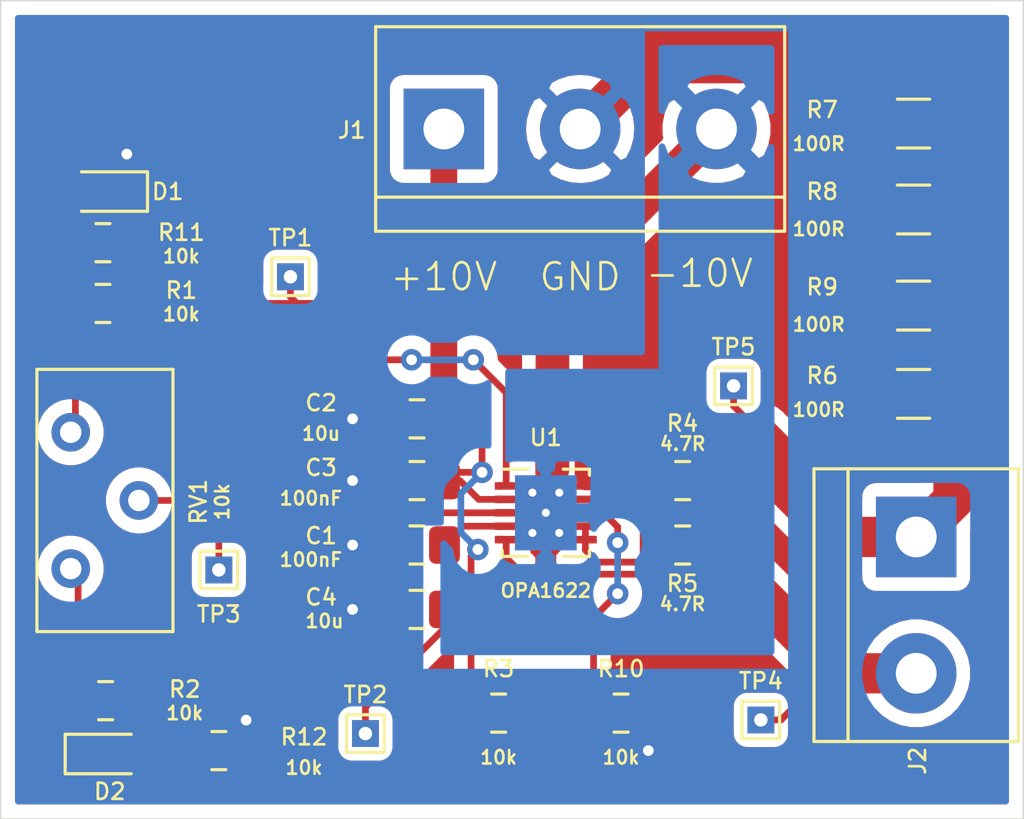
<source format=kicad_pcb>
(kicad_pcb (version 20171130) (host pcbnew "(5.1.5)-2")

  (general
    (thickness 1.6)
    (drawings 7)
    (tracks 156)
    (zones 0)
    (modules 27)
    (nets 14)
  )

  (page A4)
  (layers
    (0 F.Cu signal)
    (31 B.Cu signal)
    (32 B.Adhes user)
    (33 F.Adhes user)
    (34 B.Paste user)
    (35 F.Paste user)
    (36 B.SilkS user)
    (37 F.SilkS user)
    (38 B.Mask user)
    (39 F.Mask user)
    (40 Dwgs.User user)
    (41 Cmts.User user)
    (42 Eco1.User user)
    (43 Eco2.User user)
    (44 Edge.Cuts user)
    (45 Margin user)
    (46 B.CrtYd user)
    (47 F.CrtYd user)
    (48 B.Fab user)
    (49 F.Fab user)
  )

  (setup
    (last_trace_width 0.25)
    (user_trace_width 0.5)
    (user_trace_width 0.75)
    (user_trace_width 1)
    (user_trace_width 1.25)
    (user_trace_width 1.5)
    (user_trace_width 2)
    (trace_clearance 0.2)
    (zone_clearance 0.508)
    (zone_45_only no)
    (trace_min 0.2)
    (via_size 0.8)
    (via_drill 0.4)
    (via_min_size 0.4)
    (via_min_drill 0.3)
    (uvia_size 0.3)
    (uvia_drill 0.1)
    (uvias_allowed no)
    (uvia_min_size 0.2)
    (uvia_min_drill 0.1)
    (edge_width 0.05)
    (segment_width 0.2)
    (pcb_text_width 0.3)
    (pcb_text_size 1.5 1.5)
    (mod_edge_width 0.12)
    (mod_text_size 1 1)
    (mod_text_width 0.1)
    (pad_size 1.524 1.524)
    (pad_drill 0.762)
    (pad_to_mask_clearance 0.051)
    (solder_mask_min_width 0.25)
    (aux_axis_origin 0 0)
    (visible_elements 7FFFFFFF)
    (pcbplotparams
      (layerselection 0x010fc_ffffffff)
      (usegerberextensions false)
      (usegerberattributes false)
      (usegerberadvancedattributes false)
      (creategerberjobfile false)
      (excludeedgelayer true)
      (linewidth 0.100000)
      (plotframeref false)
      (viasonmask false)
      (mode 1)
      (useauxorigin false)
      (hpglpennumber 1)
      (hpglpenspeed 20)
      (hpglpendiameter 15.000000)
      (psnegative false)
      (psa4output false)
      (plotreference true)
      (plotvalue true)
      (plotinvisibletext false)
      (padsonsilk false)
      (subtractmaskfromsilk false)
      (outputformat 1)
      (mirror false)
      (drillshape 0)
      (scaleselection 1)
      (outputdirectory "gerber/"))
  )

  (net 0 "")
  (net 1 GND)
  (net 2 +10V)
  (net 3 -10V)
  (net 4 "Net-(J2-Pad2)")
  (net 5 "Net-(J2-Pad1)")
  (net 6 "Net-(R1-Pad2)")
  (net 7 "Net-(R2-Pad1)")
  (net 8 "Net-(R4-Pad2)")
  (net 9 "Net-(R5-Pad2)")
  (net 10 "Net-(RV1-Pad2)")
  (net 11 +5V)
  (net 12 "Net-(D1-Pad2)")
  (net 13 "Net-(D2-Pad2)")

  (net_class Default "This is the default net class."
    (clearance 0.2)
    (trace_width 0.25)
    (via_dia 0.8)
    (via_drill 0.4)
    (uvia_dia 0.3)
    (uvia_drill 0.1)
    (add_net +10V)
    (add_net +5V)
    (add_net -10V)
    (add_net GND)
    (add_net "Net-(D1-Pad2)")
    (add_net "Net-(D2-Pad2)")
    (add_net "Net-(J2-Pad1)")
    (add_net "Net-(J2-Pad2)")
    (add_net "Net-(R1-Pad2)")
    (add_net "Net-(R2-Pad1)")
    (add_net "Net-(R4-Pad2)")
    (add_net "Net-(R5-Pad2)")
    (add_net "Net-(RV1-Pad2)")
  )

  (module TestPoint:TestPoint_THTPad_1.0x1.0mm_Drill0.5mm (layer F.Cu) (tedit 5A0F774F) (tstamp 5E32EC0E)
    (at 150.495 136.271)
    (descr "THT rectangular pad as test Point, square 1.0mm side length, hole diameter 0.5mm")
    (tags "test point THT pad rectangle square")
    (path /5ECE4E35)
    (attr virtual)
    (fp_text reference TP5 (at 0 -1.448) (layer F.SilkS)
      (effects (font (size 0.6 0.6) (thickness 0.1)))
    )
    (fp_text value TestPoint (at 0 1.55) (layer F.Fab)
      (effects (font (size 1 1) (thickness 0.15)))
    )
    (fp_line (start 1 1) (end -1 1) (layer F.CrtYd) (width 0.05))
    (fp_line (start 1 1) (end 1 -1) (layer F.CrtYd) (width 0.05))
    (fp_line (start -1 -1) (end -1 1) (layer F.CrtYd) (width 0.05))
    (fp_line (start -1 -1) (end 1 -1) (layer F.CrtYd) (width 0.05))
    (fp_line (start -0.7 0.7) (end -0.7 -0.7) (layer F.SilkS) (width 0.12))
    (fp_line (start 0.7 0.7) (end -0.7 0.7) (layer F.SilkS) (width 0.12))
    (fp_line (start 0.7 -0.7) (end 0.7 0.7) (layer F.SilkS) (width 0.12))
    (fp_line (start -0.7 -0.7) (end 0.7 -0.7) (layer F.SilkS) (width 0.12))
    (fp_text user %R (at 0 -1.45) (layer F.Fab)
      (effects (font (size 1 1) (thickness 0.15)))
    )
    (pad 1 thru_hole rect (at 0 0) (size 1 1) (drill 0.5) (layers *.Cu *.Mask)
      (net 5 "Net-(J2-Pad1)"))
  )

  (module TestPoint:TestPoint_THTPad_1.0x1.0mm_Drill0.5mm (layer F.Cu) (tedit 5A0F774F) (tstamp 5E32EC00)
    (at 151.511 148.717)
    (descr "THT rectangular pad as test Point, square 1.0mm side length, hole diameter 0.5mm")
    (tags "test point THT pad rectangle square")
    (path /5ECE1A7F)
    (attr virtual)
    (fp_text reference TP4 (at 0 -1.448) (layer F.SilkS)
      (effects (font (size 0.6 0.6) (thickness 0.1)))
    )
    (fp_text value TestPoint (at 0 1.55) (layer F.Fab)
      (effects (font (size 1 1) (thickness 0.15)))
    )
    (fp_line (start 1 1) (end -1 1) (layer F.CrtYd) (width 0.05))
    (fp_line (start 1 1) (end 1 -1) (layer F.CrtYd) (width 0.05))
    (fp_line (start -1 -1) (end -1 1) (layer F.CrtYd) (width 0.05))
    (fp_line (start -1 -1) (end 1 -1) (layer F.CrtYd) (width 0.05))
    (fp_line (start -0.7 0.7) (end -0.7 -0.7) (layer F.SilkS) (width 0.12))
    (fp_line (start 0.7 0.7) (end -0.7 0.7) (layer F.SilkS) (width 0.12))
    (fp_line (start 0.7 -0.7) (end 0.7 0.7) (layer F.SilkS) (width 0.12))
    (fp_line (start -0.7 -0.7) (end 0.7 -0.7) (layer F.SilkS) (width 0.12))
    (fp_text user %R (at 0 -1.45) (layer F.Fab)
      (effects (font (size 1 1) (thickness 0.15)))
    )
    (pad 1 thru_hole rect (at 0 0) (size 1 1) (drill 0.5) (layers *.Cu *.Mask)
      (net 4 "Net-(J2-Pad2)"))
  )

  (module TestPoint:TestPoint_THTPad_1.0x1.0mm_Drill0.5mm (layer F.Cu) (tedit 5A0F774F) (tstamp 5E32EBF2)
    (at 131.318 143.129)
    (descr "THT rectangular pad as test Point, square 1.0mm side length, hole diameter 0.5mm")
    (tags "test point THT pad rectangle square")
    (path /5ECDE14C)
    (attr virtual)
    (fp_text reference TP3 (at 0 1.651) (layer F.SilkS)
      (effects (font (size 0.6 0.6) (thickness 0.1)))
    )
    (fp_text value TestPoint (at 0 1.55) (layer F.Fab)
      (effects (font (size 1 1) (thickness 0.15)))
    )
    (fp_line (start 1 1) (end -1 1) (layer F.CrtYd) (width 0.05))
    (fp_line (start 1 1) (end 1 -1) (layer F.CrtYd) (width 0.05))
    (fp_line (start -1 -1) (end -1 1) (layer F.CrtYd) (width 0.05))
    (fp_line (start -1 -1) (end 1 -1) (layer F.CrtYd) (width 0.05))
    (fp_line (start -0.7 0.7) (end -0.7 -0.7) (layer F.SilkS) (width 0.12))
    (fp_line (start 0.7 0.7) (end -0.7 0.7) (layer F.SilkS) (width 0.12))
    (fp_line (start 0.7 -0.7) (end 0.7 0.7) (layer F.SilkS) (width 0.12))
    (fp_line (start -0.7 -0.7) (end 0.7 -0.7) (layer F.SilkS) (width 0.12))
    (fp_text user %R (at 0 -1.45) (layer F.Fab)
      (effects (font (size 1 1) (thickness 0.15)))
    )
    (pad 1 thru_hole rect (at 0 0) (size 1 1) (drill 0.5) (layers *.Cu *.Mask)
      (net 10 "Net-(RV1-Pad2)"))
  )

  (module TestPoint:TestPoint_THTPad_1.0x1.0mm_Drill0.5mm (layer F.Cu) (tedit 5A0F774F) (tstamp 5E32EBE4)
    (at 136.779 149.225)
    (descr "THT rectangular pad as test Point, square 1.0mm side length, hole diameter 0.5mm")
    (tags "test point THT pad rectangle square")
    (path /5ECE7D49)
    (attr virtual)
    (fp_text reference TP2 (at 0 -1.448) (layer F.SilkS)
      (effects (font (size 0.6 0.6) (thickness 0.1)))
    )
    (fp_text value TestPoint (at 0 1.55) (layer F.Fab)
      (effects (font (size 1 1) (thickness 0.15)))
    )
    (fp_line (start 1 1) (end -1 1) (layer F.CrtYd) (width 0.05))
    (fp_line (start 1 1) (end 1 -1) (layer F.CrtYd) (width 0.05))
    (fp_line (start -1 -1) (end -1 1) (layer F.CrtYd) (width 0.05))
    (fp_line (start -1 -1) (end 1 -1) (layer F.CrtYd) (width 0.05))
    (fp_line (start -0.7 0.7) (end -0.7 -0.7) (layer F.SilkS) (width 0.12))
    (fp_line (start 0.7 0.7) (end -0.7 0.7) (layer F.SilkS) (width 0.12))
    (fp_line (start 0.7 -0.7) (end 0.7 0.7) (layer F.SilkS) (width 0.12))
    (fp_line (start -0.7 -0.7) (end 0.7 -0.7) (layer F.SilkS) (width 0.12))
    (fp_text user %R (at 0 -1.45) (layer F.Fab)
      (effects (font (size 1 1) (thickness 0.15)))
    )
    (pad 1 thru_hole rect (at 0 0) (size 1 1) (drill 0.5) (layers *.Cu *.Mask)
      (net 3 -10V))
  )

  (module TestPoint:TestPoint_THTPad_1.0x1.0mm_Drill0.5mm (layer F.Cu) (tedit 5A0F774F) (tstamp 5E32EBD6)
    (at 133.985 132.207)
    (descr "THT rectangular pad as test Point, square 1.0mm side length, hole diameter 0.5mm")
    (tags "test point THT pad rectangle square")
    (path /5ECE64CB)
    (attr virtual)
    (fp_text reference TP1 (at 0 -1.448) (layer F.SilkS)
      (effects (font (size 0.6 0.6) (thickness 0.1)))
    )
    (fp_text value TestPoint (at 0 1.55) (layer F.Fab)
      (effects (font (size 1 1) (thickness 0.15)))
    )
    (fp_line (start 1 1) (end -1 1) (layer F.CrtYd) (width 0.05))
    (fp_line (start 1 1) (end 1 -1) (layer F.CrtYd) (width 0.05))
    (fp_line (start -1 -1) (end -1 1) (layer F.CrtYd) (width 0.05))
    (fp_line (start -1 -1) (end 1 -1) (layer F.CrtYd) (width 0.05))
    (fp_line (start -0.7 0.7) (end -0.7 -0.7) (layer F.SilkS) (width 0.12))
    (fp_line (start 0.7 0.7) (end -0.7 0.7) (layer F.SilkS) (width 0.12))
    (fp_line (start 0.7 -0.7) (end 0.7 0.7) (layer F.SilkS) (width 0.12))
    (fp_line (start -0.7 -0.7) (end 0.7 -0.7) (layer F.SilkS) (width 0.12))
    (fp_text user %R (at 0 -1.45) (layer F.Fab)
      (effects (font (size 1 1) (thickness 0.15)))
    )
    (pad 1 thru_hole rect (at 0 0) (size 1 1) (drill 0.5) (layers *.Cu *.Mask)
      (net 2 +10V))
  )

  (module Resistor_SMD:R_0805_2012Metric_Pad1.15x1.40mm_HandSolder (layer F.Cu) (tedit 5B36C52B) (tstamp 5E32EB9C)
    (at 131.318 149.86 180)
    (descr "Resistor SMD 0805 (2012 Metric), square (rectangular) end terminal, IPC_7351 nominal with elongated pad for handsoldering. (Body size source: https://docs.google.com/spreadsheets/d/1BsfQQcO9C6DZCsRaXUlFlo91Tg2WpOkGARC1WS5S8t0/edit?usp=sharing), generated with kicad-footprint-generator")
    (tags "resistor handsolder")
    (path /5ED097A3)
    (attr smd)
    (fp_text reference R12 (at -3.175 0.508) (layer F.SilkS)
      (effects (font (size 0.6 0.6) (thickness 0.1)))
    )
    (fp_text value 10k (at -3.175 -0.635) (layer F.SilkS)
      (effects (font (size 0.5 0.5) (thickness 0.1)))
    )
    (fp_text user %R (at 0 0) (layer F.Fab)
      (effects (font (size 0.5 0.5) (thickness 0.08)))
    )
    (fp_line (start 1.85 0.95) (end -1.85 0.95) (layer F.CrtYd) (width 0.05))
    (fp_line (start 1.85 -0.95) (end 1.85 0.95) (layer F.CrtYd) (width 0.05))
    (fp_line (start -1.85 -0.95) (end 1.85 -0.95) (layer F.CrtYd) (width 0.05))
    (fp_line (start -1.85 0.95) (end -1.85 -0.95) (layer F.CrtYd) (width 0.05))
    (fp_line (start -0.261252 0.71) (end 0.261252 0.71) (layer F.SilkS) (width 0.12))
    (fp_line (start -0.261252 -0.71) (end 0.261252 -0.71) (layer F.SilkS) (width 0.12))
    (fp_line (start 1 0.6) (end -1 0.6) (layer F.Fab) (width 0.1))
    (fp_line (start 1 -0.6) (end 1 0.6) (layer F.Fab) (width 0.1))
    (fp_line (start -1 -0.6) (end 1 -0.6) (layer F.Fab) (width 0.1))
    (fp_line (start -1 0.6) (end -1 -0.6) (layer F.Fab) (width 0.1))
    (pad 2 smd roundrect (at 1.025 0 180) (size 1.15 1.4) (layers F.Cu F.Paste F.Mask) (roundrect_rratio 0.217391)
      (net 13 "Net-(D2-Pad2)"))
    (pad 1 smd roundrect (at -1.025 0 180) (size 1.15 1.4) (layers F.Cu F.Paste F.Mask) (roundrect_rratio 0.217391)
      (net 1 GND))
    (model ${KISYS3DMOD}/Resistor_SMD.3dshapes/R_0805_2012Metric.wrl
      (at (xyz 0 0 0))
      (scale (xyz 1 1 1))
      (rotate (xyz 0 0 0))
    )
  )

  (module Resistor_SMD:R_0805_2012Metric_Pad1.15x1.40mm_HandSolder (layer F.Cu) (tedit 5B36C52B) (tstamp 5E32EB8B)
    (at 127 130.937 180)
    (descr "Resistor SMD 0805 (2012 Metric), square (rectangular) end terminal, IPC_7351 nominal with elongated pad for handsoldering. (Body size source: https://docs.google.com/spreadsheets/d/1BsfQQcO9C6DZCsRaXUlFlo91Tg2WpOkGARC1WS5S8t0/edit?usp=sharing), generated with kicad-footprint-generator")
    (tags "resistor handsolder")
    (path /5ED05276)
    (attr smd)
    (fp_text reference R11 (at -2.921 0.381) (layer F.SilkS)
      (effects (font (size 0.6 0.6) (thickness 0.1)))
    )
    (fp_text value 10k (at -2.921 -0.508) (layer F.SilkS)
      (effects (font (size 0.5 0.5) (thickness 0.1)))
    )
    (fp_text user %R (at 0 0) (layer F.Fab)
      (effects (font (size 0.5 0.5) (thickness 0.08)))
    )
    (fp_line (start 1.85 0.95) (end -1.85 0.95) (layer F.CrtYd) (width 0.05))
    (fp_line (start 1.85 -0.95) (end 1.85 0.95) (layer F.CrtYd) (width 0.05))
    (fp_line (start -1.85 -0.95) (end 1.85 -0.95) (layer F.CrtYd) (width 0.05))
    (fp_line (start -1.85 0.95) (end -1.85 -0.95) (layer F.CrtYd) (width 0.05))
    (fp_line (start -0.261252 0.71) (end 0.261252 0.71) (layer F.SilkS) (width 0.12))
    (fp_line (start -0.261252 -0.71) (end 0.261252 -0.71) (layer F.SilkS) (width 0.12))
    (fp_line (start 1 0.6) (end -1 0.6) (layer F.Fab) (width 0.1))
    (fp_line (start 1 -0.6) (end 1 0.6) (layer F.Fab) (width 0.1))
    (fp_line (start -1 -0.6) (end 1 -0.6) (layer F.Fab) (width 0.1))
    (fp_line (start -1 0.6) (end -1 -0.6) (layer F.Fab) (width 0.1))
    (pad 2 smd roundrect (at 1.025 0 180) (size 1.15 1.4) (layers F.Cu F.Paste F.Mask) (roundrect_rratio 0.217391)
      (net 12 "Net-(D1-Pad2)"))
    (pad 1 smd roundrect (at -1.025 0 180) (size 1.15 1.4) (layers F.Cu F.Paste F.Mask) (roundrect_rratio 0.217391)
      (net 2 +10V))
    (model ${KISYS3DMOD}/Resistor_SMD.3dshapes/R_0805_2012Metric.wrl
      (at (xyz 0 0 0))
      (scale (xyz 1 1 1))
      (rotate (xyz 0 0 0))
    )
  )

  (module Resistor_SMD:R_0805_2012Metric_Pad1.15x1.40mm_HandSolder (layer F.Cu) (tedit 5B36C52B) (tstamp 5E32EB7A)
    (at 146.304 148.463)
    (descr "Resistor SMD 0805 (2012 Metric), square (rectangular) end terminal, IPC_7351 nominal with elongated pad for handsoldering. (Body size source: https://docs.google.com/spreadsheets/d/1BsfQQcO9C6DZCsRaXUlFlo91Tg2WpOkGARC1WS5S8t0/edit?usp=sharing), generated with kicad-footprint-generator")
    (tags "resistor handsolder")
    (path /5ECEE773)
    (attr smd)
    (fp_text reference R10 (at 0 -1.65) (layer F.SilkS)
      (effects (font (size 0.6 0.6) (thickness 0.1)))
    )
    (fp_text value 10k (at 0 1.65) (layer F.SilkS)
      (effects (font (size 0.5 0.5) (thickness 0.1)))
    )
    (fp_text user %R (at 1.346 -0.792 270) (layer F.Fab)
      (effects (font (size 0.5 0.5) (thickness 0.08)))
    )
    (fp_line (start 1.85 0.95) (end -1.85 0.95) (layer F.CrtYd) (width 0.05))
    (fp_line (start 1.85 -0.95) (end 1.85 0.95) (layer F.CrtYd) (width 0.05))
    (fp_line (start -1.85 -0.95) (end 1.85 -0.95) (layer F.CrtYd) (width 0.05))
    (fp_line (start -1.85 0.95) (end -1.85 -0.95) (layer F.CrtYd) (width 0.05))
    (fp_line (start -0.261252 0.71) (end 0.261252 0.71) (layer F.SilkS) (width 0.12))
    (fp_line (start -0.261252 -0.71) (end 0.261252 -0.71) (layer F.SilkS) (width 0.12))
    (fp_line (start 1 0.6) (end -1 0.6) (layer F.Fab) (width 0.1))
    (fp_line (start 1 -0.6) (end 1 0.6) (layer F.Fab) (width 0.1))
    (fp_line (start -1 -0.6) (end 1 -0.6) (layer F.Fab) (width 0.1))
    (fp_line (start -1 0.6) (end -1 -0.6) (layer F.Fab) (width 0.1))
    (pad 2 smd roundrect (at 1.025 0) (size 1.15 1.4) (layers F.Cu F.Paste F.Mask) (roundrect_rratio 0.217391)
      (net 1 GND))
    (pad 1 smd roundrect (at -1.025 0) (size 1.15 1.4) (layers F.Cu F.Paste F.Mask) (roundrect_rratio 0.217391)
      (net 11 +5V))
    (model ${KISYS3DMOD}/Resistor_SMD.3dshapes/R_0805_2012Metric.wrl
      (at (xyz 0 0 0))
      (scale (xyz 1 1 1))
      (rotate (xyz 0 0 0))
    )
  )

  (module Resistor_SMD:R_0805_2012Metric_Pad1.15x1.40mm_HandSolder (layer F.Cu) (tedit 5B36C52B) (tstamp 5E32EAA9)
    (at 141.741 148.463)
    (descr "Resistor SMD 0805 (2012 Metric), square (rectangular) end terminal, IPC_7351 nominal with elongated pad for handsoldering. (Body size source: https://docs.google.com/spreadsheets/d/1BsfQQcO9C6DZCsRaXUlFlo91Tg2WpOkGARC1WS5S8t0/edit?usp=sharing), generated with kicad-footprint-generator")
    (tags "resistor handsolder")
    (path /5ECECBFD)
    (attr smd)
    (fp_text reference R3 (at 0 -1.65) (layer F.SilkS)
      (effects (font (size 0.6 0.6) (thickness 0.1)))
    )
    (fp_text value 10k (at 0 1.65) (layer F.SilkS)
      (effects (font (size 0.5 0.5) (thickness 0.1)))
    )
    (fp_text user %R (at 0 0) (layer F.Fab)
      (effects (font (size 0.5 0.5) (thickness 0.08)))
    )
    (fp_line (start 1.85 0.95) (end -1.85 0.95) (layer F.CrtYd) (width 0.05))
    (fp_line (start 1.85 -0.95) (end 1.85 0.95) (layer F.CrtYd) (width 0.05))
    (fp_line (start -1.85 -0.95) (end 1.85 -0.95) (layer F.CrtYd) (width 0.05))
    (fp_line (start -1.85 0.95) (end -1.85 -0.95) (layer F.CrtYd) (width 0.05))
    (fp_line (start -0.261252 0.71) (end 0.261252 0.71) (layer F.SilkS) (width 0.12))
    (fp_line (start -0.261252 -0.71) (end 0.261252 -0.71) (layer F.SilkS) (width 0.12))
    (fp_line (start 1 0.6) (end -1 0.6) (layer F.Fab) (width 0.1))
    (fp_line (start 1 -0.6) (end 1 0.6) (layer F.Fab) (width 0.1))
    (fp_line (start -1 -0.6) (end 1 -0.6) (layer F.Fab) (width 0.1))
    (fp_line (start -1 0.6) (end -1 -0.6) (layer F.Fab) (width 0.1))
    (pad 2 smd roundrect (at 1.025 0) (size 1.15 1.4) (layers F.Cu F.Paste F.Mask) (roundrect_rratio 0.217391)
      (net 11 +5V))
    (pad 1 smd roundrect (at -1.025 0) (size 1.15 1.4) (layers F.Cu F.Paste F.Mask) (roundrect_rratio 0.217391)
      (net 2 +10V))
    (model ${KISYS3DMOD}/Resistor_SMD.3dshapes/R_0805_2012Metric.wrl
      (at (xyz 0 0 0))
      (scale (xyz 1 1 1))
      (rotate (xyz 0 0 0))
    )
  )

  (module LED_SMD:LED_0603_1608Metric_Pad1.05x0.95mm_HandSolder (layer F.Cu) (tedit 5B4B45C9) (tstamp 5E32EA08)
    (at 127.254 149.987)
    (descr "LED SMD 0603 (1608 Metric), square (rectangular) end terminal, IPC_7351 nominal, (Body size source: http://www.tortai-tech.com/upload/download/2011102023233369053.pdf), generated with kicad-footprint-generator")
    (tags "LED handsolder")
    (path /5ED1DA35)
    (attr smd)
    (fp_text reference D2 (at 0 1.397) (layer F.SilkS)
      (effects (font (size 0.6 0.6) (thickness 0.1)))
    )
    (fp_text value BLUE (at 0 1.43) (layer F.Fab)
      (effects (font (size 1 1) (thickness 0.15)))
    )
    (fp_text user %R (at 0 0) (layer F.Fab)
      (effects (font (size 0.4 0.4) (thickness 0.06)))
    )
    (fp_line (start 1.65 0.73) (end -1.65 0.73) (layer F.CrtYd) (width 0.05))
    (fp_line (start 1.65 -0.73) (end 1.65 0.73) (layer F.CrtYd) (width 0.05))
    (fp_line (start -1.65 -0.73) (end 1.65 -0.73) (layer F.CrtYd) (width 0.05))
    (fp_line (start -1.65 0.73) (end -1.65 -0.73) (layer F.CrtYd) (width 0.05))
    (fp_line (start -1.66 0.735) (end 0.8 0.735) (layer F.SilkS) (width 0.12))
    (fp_line (start -1.66 -0.735) (end -1.66 0.735) (layer F.SilkS) (width 0.12))
    (fp_line (start 0.8 -0.735) (end -1.66 -0.735) (layer F.SilkS) (width 0.12))
    (fp_line (start 0.8 0.4) (end 0.8 -0.4) (layer F.Fab) (width 0.1))
    (fp_line (start -0.8 0.4) (end 0.8 0.4) (layer F.Fab) (width 0.1))
    (fp_line (start -0.8 -0.1) (end -0.8 0.4) (layer F.Fab) (width 0.1))
    (fp_line (start -0.5 -0.4) (end -0.8 -0.1) (layer F.Fab) (width 0.1))
    (fp_line (start 0.8 -0.4) (end -0.5 -0.4) (layer F.Fab) (width 0.1))
    (pad 2 smd roundrect (at 0.875 0) (size 1.05 0.95) (layers F.Cu F.Paste F.Mask) (roundrect_rratio 0.25)
      (net 13 "Net-(D2-Pad2)"))
    (pad 1 smd roundrect (at -0.875 0) (size 1.05 0.95) (layers F.Cu F.Paste F.Mask) (roundrect_rratio 0.25)
      (net 3 -10V))
    (model ${KISYS3DMOD}/LED_SMD.3dshapes/LED_0603_1608Metric.wrl
      (at (xyz 0 0 0))
      (scale (xyz 1 1 1))
      (rotate (xyz 0 0 0))
    )
  )

  (module LED_SMD:LED_0603_1608Metric_Pad1.05x0.95mm_HandSolder (layer F.Cu) (tedit 5B4B45C9) (tstamp 5E32E9F5)
    (at 127 129.032 180)
    (descr "LED SMD 0603 (1608 Metric), square (rectangular) end terminal, IPC_7351 nominal, (Body size source: http://www.tortai-tech.com/upload/download/2011102023233369053.pdf), generated with kicad-footprint-generator")
    (tags "LED handsolder")
    (path /5ED1987D)
    (attr smd)
    (fp_text reference D1 (at -2.413 0) (layer F.SilkS)
      (effects (font (size 0.6 0.6) (thickness 0.1)))
    )
    (fp_text value RED (at 0 1.43) (layer F.Fab)
      (effects (font (size 1 1) (thickness 0.15)))
    )
    (fp_text user %R (at 0 0) (layer F.Fab)
      (effects (font (size 0.4 0.4) (thickness 0.06)))
    )
    (fp_line (start 1.65 0.73) (end -1.65 0.73) (layer F.CrtYd) (width 0.05))
    (fp_line (start 1.65 -0.73) (end 1.65 0.73) (layer F.CrtYd) (width 0.05))
    (fp_line (start -1.65 -0.73) (end 1.65 -0.73) (layer F.CrtYd) (width 0.05))
    (fp_line (start -1.65 0.73) (end -1.65 -0.73) (layer F.CrtYd) (width 0.05))
    (fp_line (start -1.66 0.735) (end 0.8 0.735) (layer F.SilkS) (width 0.12))
    (fp_line (start -1.66 -0.735) (end -1.66 0.735) (layer F.SilkS) (width 0.12))
    (fp_line (start 0.8 -0.735) (end -1.66 -0.735) (layer F.SilkS) (width 0.12))
    (fp_line (start 0.8 0.4) (end 0.8 -0.4) (layer F.Fab) (width 0.1))
    (fp_line (start -0.8 0.4) (end 0.8 0.4) (layer F.Fab) (width 0.1))
    (fp_line (start -0.8 -0.1) (end -0.8 0.4) (layer F.Fab) (width 0.1))
    (fp_line (start -0.5 -0.4) (end -0.8 -0.1) (layer F.Fab) (width 0.1))
    (fp_line (start 0.8 -0.4) (end -0.5 -0.4) (layer F.Fab) (width 0.1))
    (pad 2 smd roundrect (at 0.875 0 180) (size 1.05 0.95) (layers F.Cu F.Paste F.Mask) (roundrect_rratio 0.25)
      (net 12 "Net-(D1-Pad2)"))
    (pad 1 smd roundrect (at -0.875 0 180) (size 1.05 0.95) (layers F.Cu F.Paste F.Mask) (roundrect_rratio 0.25)
      (net 1 GND))
    (model ${KISYS3DMOD}/LED_SMD.3dshapes/LED_0603_1608Metric.wrl
      (at (xyz 0 0 0))
      (scale (xyz 1 1 1))
      (rotate (xyz 0 0 0))
    )
  )

  (module Package_SON:Texas_S-PVSON-N10_ThermalVias (layer F.Cu) (tedit 5A8E06E8) (tstamp 5E31B856)
    (at 143.5 141)
    (descr "3x3mm Body, 0.5mm Pitch, S-PVSON-N10, DRC, http://www.ti.com/lit/ds/symlink/tps61201.pdf")
    (tags "0.5 S-PVSON-N10 DRC")
    (path /5EC27F5A)
    (attr smd)
    (fp_text reference U1 (at 0 -2.8) (layer F.SilkS)
      (effects (font (size 0.6 0.6) (thickness 0.1)))
    )
    (fp_text value OPA1622 (at 0 2.9) (layer F.SilkS)
      (effects (font (size 0.5 0.5) (thickness 0.1)))
    )
    (fp_line (start -0.775 -1.55) (end -1.55 -0.775) (layer F.Fab) (width 0.1))
    (fp_line (start -1.55 1.55) (end -1.55 -0.775) (layer F.Fab) (width 0.1))
    (fp_line (start 1.55 1.55) (end -1.55 1.55) (layer F.Fab) (width 0.1))
    (fp_line (start 1.55 -1.55) (end 1.55 1.55) (layer F.Fab) (width 0.1))
    (fp_line (start -0.775 -1.55) (end 1.55 -1.55) (layer F.Fab) (width 0.1))
    (fp_line (start -2.15 -2.15) (end -2.15 2.15) (layer F.CrtYd) (width 0.05))
    (fp_line (start 2.15 -2.15) (end 2.15 2.15) (layer F.CrtYd) (width 0.05))
    (fp_line (start -2.15 -2.15) (end 2.15 -2.15) (layer F.CrtYd) (width 0.05))
    (fp_line (start -2.15 2.15) (end 2.15 2.15) (layer F.CrtYd) (width 0.05))
    (fp_line (start 0.65 1.625) (end 1.625 1.625) (layer F.SilkS) (width 0.12))
    (fp_line (start -1.625 -1.625) (end -0.65 -1.625) (layer F.SilkS) (width 0.12))
    (fp_line (start 0.65 -1.625) (end 1.625 -1.625) (layer F.SilkS) (width 0.12))
    (fp_line (start -1.625 1.625) (end -0.65 1.625) (layer F.SilkS) (width 0.12))
    (fp_line (start 1.625 -1.4) (end 1.625 -1.625) (layer F.SilkS) (width 0.12))
    (fp_line (start 1.625 1.4) (end 1.625 1.625) (layer F.SilkS) (width 0.12))
    (fp_line (start -1.625 1.625) (end -1.625 1.4) (layer F.SilkS) (width 0.12))
    (fp_text user %R (at 0 0) (layer F.Fab)
      (effects (font (size 0.7 0.7) (thickness 0.1)))
    )
    (pad 1 smd oval (at -1.475 -1) (size 0.85 0.28) (layers F.Cu F.Paste F.Mask)
      (net 10 "Net-(RV1-Pad2)") (solder_mask_margin 0.07) (solder_paste_margin -0.025))
    (pad 2 smd oval (at -1.475 -0.5) (size 0.85 0.28) (layers F.Cu F.Paste F.Mask)
      (net 2 +10V) (solder_mask_margin 0.07) (solder_paste_margin -0.025))
    (pad 3 smd rect (at -1.76 0) (size 0.28 0.28) (layers F.Cu F.Paste F.Mask)
      (net 1 GND) (solder_mask_margin 0.07) (solder_paste_margin -0.025))
    (pad 4 smd oval (at -1.475 0.5) (size 0.85 0.28) (layers F.Cu F.Paste F.Mask)
      (net 3 -10V) (solder_mask_margin 0.07) (solder_paste_margin -0.025))
    (pad 5 smd rect (at -1.76 1) (size 0.28 0.28) (layers F.Cu F.Paste F.Mask)
      (net 8 "Net-(R4-Pad2)") (solder_mask_margin 0.07) (solder_paste_margin -0.025))
    (pad 6 smd oval (at 1.475 1) (size 0.85 0.28) (layers F.Cu F.Paste F.Mask)
      (net 9 "Net-(R5-Pad2)") (solder_mask_margin 0.07) (solder_paste_margin -0.025))
    (pad 7 smd oval (at 1.475 0.5) (size 0.85 0.28) (layers F.Cu F.Paste F.Mask)
      (net 9 "Net-(R5-Pad2)") (solder_mask_margin 0.07) (solder_paste_margin -0.025))
    (pad 8 smd rect (at 1.76 0) (size 0.28 0.28) (layers F.Cu F.Paste F.Mask)
      (net 11 +5V) (solder_mask_margin 0.07) (solder_paste_margin -0.025))
    (pad 9 smd rect (at 1.76 -0.5) (size 0.28 0.28) (layers F.Cu F.Paste F.Mask)
      (net 8 "Net-(R4-Pad2)") (solder_mask_margin 0.07) (solder_paste_margin -0.025))
    (pad 10 smd rect (at 1.76 -1) (size 0.28 0.28) (layers F.Cu F.Paste F.Mask)
      (net 5 "Net-(J2-Pad1)") (solder_mask_margin 0.07) (solder_paste_margin -0.025))
    (pad 11 smd rect (at -0.45 -0.635) (size 0.68 1.05) (layers F.Cu F.Paste F.Mask)
      (net 3 -10V))
    (pad 11 smd rect (at -0.25 -1.55) (size 0.28 0.7) (layers F.Cu F.Mask)
      (net 3 -10V))
    (pad 11 smd rect (at -0.25 -1.63) (size 0.26 0.5) (layers F.Cu F.Paste F.Mask)
      (net 3 -10V))
    (pad 11 smd rect (at 0.25 -1.55) (size 0.28 0.7) (layers F.Cu F.Mask)
      (net 3 -10V))
    (pad 11 smd rect (at -0.25 1.55) (size 0.28 0.7) (layers F.Cu F.Mask)
      (net 3 -10V))
    (pad 11 smd rect (at 0.25 1.55) (size 0.28 0.7) (layers F.Cu F.Mask)
      (net 3 -10V))
    (pad 11 smd rect (at 0.25 -1.63) (size 0.26 0.5) (layers F.Cu F.Paste F.Mask)
      (net 3 -10V))
    (pad 11 smd rect (at -0.25 1.63) (size 0.26 0.5) (layers F.Cu F.Paste F.Mask)
      (net 3 -10V))
    (pad 11 smd rect (at 0.25 1.63) (size 0.26 0.5) (layers F.Cu F.Paste F.Mask)
      (net 3 -10V))
    (pad 11 smd rect (at 0.45 -0.635) (size 0.68 1.05) (layers F.Cu F.Paste F.Mask)
      (net 3 -10V))
    (pad 11 smd rect (at -0.45 0.635) (size 0.68 1.05) (layers F.Cu F.Paste F.Mask)
      (net 3 -10V))
    (pad 11 smd rect (at 0.45 0.635) (size 0.68 1.05) (layers F.Cu F.Paste F.Mask)
      (net 3 -10V))
    (pad 11 smd rect (at 0 0) (size 1.65 2.4) (layers F.Cu F.Mask)
      (net 3 -10V))
    (pad 1 smd rect (at -1.76 -1) (size 0.28 0.28) (layers F.Cu F.Paste F.Mask)
      (net 10 "Net-(RV1-Pad2)") (solder_mask_margin 0.07) (solder_paste_margin -0.025))
    (pad 2 smd rect (at -1.76 -0.5) (size 0.28 0.28) (layers F.Cu F.Paste F.Mask)
      (net 2 +10V) (solder_mask_margin 0.07) (solder_paste_margin -0.025))
    (pad 3 smd oval (at -1.475 0) (size 0.85 0.28) (layers F.Cu F.Paste F.Mask)
      (net 1 GND) (solder_mask_margin 0.07) (solder_paste_margin -0.025))
    (pad 4 smd rect (at -1.76 0.5) (size 0.28 0.28) (layers F.Cu F.Paste F.Mask)
      (net 3 -10V) (solder_mask_margin 0.07) (solder_paste_margin -0.025))
    (pad 5 smd oval (at -1.475 1) (size 0.85 0.28) (layers F.Cu F.Paste F.Mask)
      (net 8 "Net-(R4-Pad2)") (solder_mask_margin 0.07) (solder_paste_margin -0.025))
    (pad 6 smd rect (at 1.76 1) (size 0.28 0.28) (layers F.Cu F.Paste F.Mask)
      (net 9 "Net-(R5-Pad2)") (solder_mask_margin 0.07) (solder_paste_margin -0.025))
    (pad 7 smd rect (at 1.76 0.5) (size 0.28 0.28) (layers F.Cu F.Paste F.Mask)
      (net 9 "Net-(R5-Pad2)") (solder_mask_margin 0.07) (solder_paste_margin -0.025))
    (pad 8 smd oval (at 1.475 0) (size 0.85 0.28) (layers F.Cu F.Paste F.Mask)
      (net 11 +5V) (solder_mask_margin 0.07) (solder_paste_margin -0.025))
    (pad 9 smd oval (at 1.475 -0.5) (size 0.85 0.28) (layers F.Cu F.Paste F.Mask)
      (net 8 "Net-(R4-Pad2)") (solder_mask_margin 0.07) (solder_paste_margin -0.025))
    (pad 10 smd oval (at 1.475 -1) (size 0.85 0.28) (layers F.Cu F.Paste F.Mask)
      (net 5 "Net-(J2-Pad1)") (solder_mask_margin 0.07) (solder_paste_margin -0.025))
    (pad 11 thru_hole circle (at 0.5 0.75) (size 0.6 0.6) (drill 0.3) (layers *.Cu *.Mask)
      (net 3 -10V))
    (pad 11 thru_hole circle (at 0 0) (size 0.6 0.6) (drill 0.3) (layers *.Cu *.Mask)
      (net 3 -10V))
    (pad 11 thru_hole circle (at 0.5 -0.75) (size 0.6 0.6) (drill 0.3) (layers *.Cu *.Mask)
      (net 3 -10V))
    (pad 11 thru_hole circle (at -0.5 -0.75) (size 0.6 0.6) (drill 0.3) (layers *.Cu *.Mask)
      (net 3 -10V))
    (pad 11 thru_hole circle (at -0.5 0.75) (size 0.6 0.6) (drill 0.3) (layers *.Cu *.Mask)
      (net 3 -10V))
    (pad 11 smd rect (at 0 0) (size 2.3 2.8) (layers B.Cu)
      (net 3 -10V))
    (model ${KISYS3DMOD}/Package_SON.3dshapes/Texas_S-PVSON-N10.wrl
      (at (xyz 0 0 0))
      (scale (xyz 1 1 1))
      (rotate (xyz 0 0 0))
    )
  )

  (module Potentiometer_THT:Potentiometer_Bourns_3296Y_Vertical (layer F.Cu) (tedit 5A3D4994) (tstamp 5E31B81A)
    (at 125.8 138 90)
    (descr "Potentiometer, vertical, Bourns 3296Y, https://www.bourns.com/pdfs/3296.pdf")
    (tags "Potentiometer vertical Bourns 3296Y")
    (path /5ECAA5DF)
    (fp_text reference RV1 (at -2.589 4.756 90) (layer F.SilkS)
      (effects (font (size 0.6 0.6) (thickness 0.1)))
    )
    (fp_text value 10k (at -2.589 5.645 90) (layer F.SilkS)
      (effects (font (size 0.5 0.5) (thickness 0.1)))
    )
    (fp_circle (center 0.955 2.42) (end 2.05 2.42) (layer F.Fab) (width 0.1))
    (fp_line (start -7.305 -1.14) (end -7.305 3.69) (layer F.Fab) (width 0.1))
    (fp_line (start -7.305 3.69) (end 2.225 3.69) (layer F.Fab) (width 0.1))
    (fp_line (start 2.225 3.69) (end 2.225 -1.14) (layer F.Fab) (width 0.1))
    (fp_line (start 2.225 -1.14) (end -7.305 -1.14) (layer F.Fab) (width 0.1))
    (fp_line (start 0.955 3.505) (end 0.956 1.336) (layer F.Fab) (width 0.1))
    (fp_line (start 0.955 3.505) (end 0.956 1.336) (layer F.Fab) (width 0.1))
    (fp_line (start -7.425 -1.26) (end 2.345 -1.26) (layer F.SilkS) (width 0.12))
    (fp_line (start -7.425 3.81) (end 2.345 3.81) (layer F.SilkS) (width 0.12))
    (fp_line (start -7.425 -1.26) (end -7.425 3.81) (layer F.SilkS) (width 0.12))
    (fp_line (start 2.345 -1.26) (end 2.345 3.81) (layer F.SilkS) (width 0.12))
    (fp_line (start -7.6 -1.4) (end -7.6 3.95) (layer F.CrtYd) (width 0.05))
    (fp_line (start -7.6 3.95) (end 2.5 3.95) (layer F.CrtYd) (width 0.05))
    (fp_line (start 2.5 3.95) (end 2.5 -1.4) (layer F.CrtYd) (width 0.05))
    (fp_line (start 2.5 -1.4) (end -7.6 -1.4) (layer F.CrtYd) (width 0.05))
    (fp_text user %R (at -3.175 1.275 90) (layer F.Fab)
      (effects (font (size 1 1) (thickness 0.15)))
    )
    (pad 1 thru_hole circle (at 0 0 90) (size 1.44 1.44) (drill 0.8) (layers *.Cu *.Mask)
      (net 6 "Net-(R1-Pad2)"))
    (pad 2 thru_hole circle (at -2.54 2.54 90) (size 1.44 1.44) (drill 0.8) (layers *.Cu *.Mask)
      (net 10 "Net-(RV1-Pad2)"))
    (pad 3 thru_hole circle (at -5.08 0 90) (size 1.44 1.44) (drill 0.8) (layers *.Cu *.Mask)
      (net 7 "Net-(R2-Pad1)"))
    (model ${KISYS3DMOD}/Potentiometer_THT.3dshapes/Potentiometer_Bourns_3296Y_Vertical.wrl
      (at (xyz 0 0 0))
      (scale (xyz 1 1 1))
      (rotate (xyz 0 0 0))
    )
  )

  (module Resistor_SMD:R_1206_3216Metric_Pad1.42x1.75mm_HandSolder (layer F.Cu) (tedit 5B301BBD) (tstamp 5E31B803)
    (at 157.2 133.28)
    (descr "Resistor SMD 1206 (3216 Metric), square (rectangular) end terminal, IPC_7351 nominal with elongated pad for handsoldering. (Body size source: http://www.tortai-tech.com/upload/download/2011102023233369053.pdf), generated with kicad-footprint-generator")
    (tags "resistor handsolder")
    (path /5EC39BEF)
    (attr smd)
    (fp_text reference R9 (at -3.403 -0.692) (layer F.SilkS)
      (effects (font (size 0.6 0.6) (thickness 0.1)))
    )
    (fp_text value 100R (at -3.53 0.705) (layer F.SilkS)
      (effects (font (size 0.5 0.5) (thickness 0.1)))
    )
    (fp_line (start -1.6 0.8) (end -1.6 -0.8) (layer F.Fab) (width 0.1))
    (fp_line (start -1.6 -0.8) (end 1.6 -0.8) (layer F.Fab) (width 0.1))
    (fp_line (start 1.6 -0.8) (end 1.6 0.8) (layer F.Fab) (width 0.1))
    (fp_line (start 1.6 0.8) (end -1.6 0.8) (layer F.Fab) (width 0.1))
    (fp_line (start -0.602064 -0.91) (end 0.602064 -0.91) (layer F.SilkS) (width 0.12))
    (fp_line (start -0.602064 0.91) (end 0.602064 0.91) (layer F.SilkS) (width 0.12))
    (fp_line (start -2.45 1.12) (end -2.45 -1.12) (layer F.CrtYd) (width 0.05))
    (fp_line (start -2.45 -1.12) (end 2.45 -1.12) (layer F.CrtYd) (width 0.05))
    (fp_line (start 2.45 -1.12) (end 2.45 1.12) (layer F.CrtYd) (width 0.05))
    (fp_line (start 2.45 1.12) (end -2.45 1.12) (layer F.CrtYd) (width 0.05))
    (fp_text user %R (at 0 0) (layer F.Fab)
      (effects (font (size 0.8 0.8) (thickness 0.12)))
    )
    (pad 1 smd roundrect (at -1.4875 0) (size 1.425 1.75) (layers F.Cu F.Paste F.Mask) (roundrect_rratio 0.175439)
      (net 1 GND))
    (pad 2 smd roundrect (at 1.4875 0) (size 1.425 1.75) (layers F.Cu F.Paste F.Mask) (roundrect_rratio 0.175439)
      (net 5 "Net-(J2-Pad1)"))
    (model ${KISYS3DMOD}/Resistor_SMD.3dshapes/R_1206_3216Metric.wrl
      (at (xyz 0 0 0))
      (scale (xyz 1 1 1))
      (rotate (xyz 0 0 0))
    )
  )

  (module Resistor_SMD:R_1206_3216Metric_Pad1.42x1.75mm_HandSolder (layer F.Cu) (tedit 5B301BBD) (tstamp 5E31B7F2)
    (at 157.2 129.7)
    (descr "Resistor SMD 1206 (3216 Metric), square (rectangular) end terminal, IPC_7351 nominal with elongated pad for handsoldering. (Body size source: http://www.tortai-tech.com/upload/download/2011102023233369053.pdf), generated with kicad-footprint-generator")
    (tags "resistor handsolder")
    (path /5EC3998B)
    (attr smd)
    (fp_text reference R8 (at -3.403 -0.668) (layer F.SilkS)
      (effects (font (size 0.6 0.6) (thickness 0.1)))
    )
    (fp_text value 100R (at -3.53 0.729) (layer F.SilkS)
      (effects (font (size 0.5 0.5) (thickness 0.1)))
    )
    (fp_line (start -1.6 0.8) (end -1.6 -0.8) (layer F.Fab) (width 0.1))
    (fp_line (start -1.6 -0.8) (end 1.6 -0.8) (layer F.Fab) (width 0.1))
    (fp_line (start 1.6 -0.8) (end 1.6 0.8) (layer F.Fab) (width 0.1))
    (fp_line (start 1.6 0.8) (end -1.6 0.8) (layer F.Fab) (width 0.1))
    (fp_line (start -0.602064 -0.91) (end 0.602064 -0.91) (layer F.SilkS) (width 0.12))
    (fp_line (start -0.602064 0.91) (end 0.602064 0.91) (layer F.SilkS) (width 0.12))
    (fp_line (start -2.45 1.12) (end -2.45 -1.12) (layer F.CrtYd) (width 0.05))
    (fp_line (start -2.45 -1.12) (end 2.45 -1.12) (layer F.CrtYd) (width 0.05))
    (fp_line (start 2.45 -1.12) (end 2.45 1.12) (layer F.CrtYd) (width 0.05))
    (fp_line (start 2.45 1.12) (end -2.45 1.12) (layer F.CrtYd) (width 0.05))
    (fp_text user %R (at 0 0) (layer F.Fab)
      (effects (font (size 0.8 0.8) (thickness 0.12)))
    )
    (pad 1 smd roundrect (at -1.4875 0) (size 1.425 1.75) (layers F.Cu F.Paste F.Mask) (roundrect_rratio 0.175439)
      (net 1 GND))
    (pad 2 smd roundrect (at 1.4875 0) (size 1.425 1.75) (layers F.Cu F.Paste F.Mask) (roundrect_rratio 0.175439)
      (net 5 "Net-(J2-Pad1)"))
    (model ${KISYS3DMOD}/Resistor_SMD.3dshapes/R_1206_3216Metric.wrl
      (at (xyz 0 0 0))
      (scale (xyz 1 1 1))
      (rotate (xyz 0 0 0))
    )
  )

  (module Resistor_SMD:R_1206_3216Metric_Pad1.42x1.75mm_HandSolder (layer F.Cu) (tedit 5B301BBD) (tstamp 5E31B7E1)
    (at 157.2 126.5)
    (descr "Resistor SMD 1206 (3216 Metric), square (rectangular) end terminal, IPC_7351 nominal with elongated pad for handsoldering. (Body size source: http://www.tortai-tech.com/upload/download/2011102023233369053.pdf), generated with kicad-footprint-generator")
    (tags "resistor handsolder")
    (path /5EC39795)
    (attr smd)
    (fp_text reference R7 (at -3.403 -0.516) (layer F.SilkS)
      (effects (font (size 0.6 0.6) (thickness 0.1)))
    )
    (fp_text value 100R (at -3.53 0.754) (layer F.SilkS)
      (effects (font (size 0.5 0.5) (thickness 0.1)))
    )
    (fp_line (start -1.6 0.8) (end -1.6 -0.8) (layer F.Fab) (width 0.1))
    (fp_line (start -1.6 -0.8) (end 1.6 -0.8) (layer F.Fab) (width 0.1))
    (fp_line (start 1.6 -0.8) (end 1.6 0.8) (layer F.Fab) (width 0.1))
    (fp_line (start 1.6 0.8) (end -1.6 0.8) (layer F.Fab) (width 0.1))
    (fp_line (start -0.602064 -0.91) (end 0.602064 -0.91) (layer F.SilkS) (width 0.12))
    (fp_line (start -0.602064 0.91) (end 0.602064 0.91) (layer F.SilkS) (width 0.12))
    (fp_line (start -2.45 1.12) (end -2.45 -1.12) (layer F.CrtYd) (width 0.05))
    (fp_line (start -2.45 -1.12) (end 2.45 -1.12) (layer F.CrtYd) (width 0.05))
    (fp_line (start 2.45 -1.12) (end 2.45 1.12) (layer F.CrtYd) (width 0.05))
    (fp_line (start 2.45 1.12) (end -2.45 1.12) (layer F.CrtYd) (width 0.05))
    (fp_text user %R (at 0 0) (layer F.Fab)
      (effects (font (size 0.8 0.8) (thickness 0.12)))
    )
    (pad 1 smd roundrect (at -1.4875 0) (size 1.425 1.75) (layers F.Cu F.Paste F.Mask) (roundrect_rratio 0.175439)
      (net 1 GND))
    (pad 2 smd roundrect (at 1.4875 0) (size 1.425 1.75) (layers F.Cu F.Paste F.Mask) (roundrect_rratio 0.175439)
      (net 5 "Net-(J2-Pad1)"))
    (model ${KISYS3DMOD}/Resistor_SMD.3dshapes/R_1206_3216Metric.wrl
      (at (xyz 0 0 0))
      (scale (xyz 1 1 1))
      (rotate (xyz 0 0 0))
    )
  )

  (module Resistor_SMD:R_1206_3216Metric_Pad1.42x1.75mm_HandSolder (layer F.Cu) (tedit 5B301BBD) (tstamp 5E31B7D0)
    (at 157.2 136.57)
    (descr "Resistor SMD 1206 (3216 Metric), square (rectangular) end terminal, IPC_7351 nominal with elongated pad for handsoldering. (Body size source: http://www.tortai-tech.com/upload/download/2011102023233369053.pdf), generated with kicad-footprint-generator")
    (tags "resistor handsolder")
    (path /5EC38D4A)
    (attr smd)
    (fp_text reference R6 (at -3.403 -0.68) (layer F.SilkS)
      (effects (font (size 0.6 0.6) (thickness 0.1)))
    )
    (fp_text value 100R (at -3.53 0.59) (layer F.SilkS)
      (effects (font (size 0.5 0.5) (thickness 0.1)))
    )
    (fp_line (start -1.6 0.8) (end -1.6 -0.8) (layer F.Fab) (width 0.1))
    (fp_line (start -1.6 -0.8) (end 1.6 -0.8) (layer F.Fab) (width 0.1))
    (fp_line (start 1.6 -0.8) (end 1.6 0.8) (layer F.Fab) (width 0.1))
    (fp_line (start 1.6 0.8) (end -1.6 0.8) (layer F.Fab) (width 0.1))
    (fp_line (start -0.602064 -0.91) (end 0.602064 -0.91) (layer F.SilkS) (width 0.12))
    (fp_line (start -0.602064 0.91) (end 0.602064 0.91) (layer F.SilkS) (width 0.12))
    (fp_line (start -2.45 1.12) (end -2.45 -1.12) (layer F.CrtYd) (width 0.05))
    (fp_line (start -2.45 -1.12) (end 2.45 -1.12) (layer F.CrtYd) (width 0.05))
    (fp_line (start 2.45 -1.12) (end 2.45 1.12) (layer F.CrtYd) (width 0.05))
    (fp_line (start 2.45 1.12) (end -2.45 1.12) (layer F.CrtYd) (width 0.05))
    (fp_text user %R (at 0 0) (layer F.Fab)
      (effects (font (size 0.8 0.8) (thickness 0.12)))
    )
    (pad 1 smd roundrect (at -1.4875 0) (size 1.425 1.75) (layers F.Cu F.Paste F.Mask) (roundrect_rratio 0.175439)
      (net 1 GND))
    (pad 2 smd roundrect (at 1.4875 0) (size 1.425 1.75) (layers F.Cu F.Paste F.Mask) (roundrect_rratio 0.175439)
      (net 5 "Net-(J2-Pad1)"))
    (model ${KISYS3DMOD}/Resistor_SMD.3dshapes/R_1206_3216Metric.wrl
      (at (xyz 0 0 0))
      (scale (xyz 1 1 1))
      (rotate (xyz 0 0 0))
    )
  )

  (module Resistor_SMD:R_0805_2012Metric_Pad1.15x1.40mm_HandSolder (layer F.Cu) (tedit 5B36C52B) (tstamp 5E31B7BF)
    (at 148.6 142.2 180)
    (descr "Resistor SMD 0805 (2012 Metric), square (rectangular) end terminal, IPC_7351 nominal with elongated pad for handsoldering. (Body size source: https://docs.google.com/spreadsheets/d/1BsfQQcO9C6DZCsRaXUlFlo91Tg2WpOkGARC1WS5S8t0/edit?usp=sharing), generated with kicad-footprint-generator")
    (tags "resistor handsolder")
    (path /5EC2DDF8)
    (attr smd)
    (fp_text reference R5 (at 0.01 -1.437) (layer F.SilkS)
      (effects (font (size 0.6 0.6) (thickness 0.1)))
    )
    (fp_text value 4.7R (at 0.01 -2.199) (layer F.SilkS)
      (effects (font (size 0.5 0.5) (thickness 0.1)))
    )
    (fp_line (start -1 0.6) (end -1 -0.6) (layer F.Fab) (width 0.1))
    (fp_line (start -1 -0.6) (end 1 -0.6) (layer F.Fab) (width 0.1))
    (fp_line (start 1 -0.6) (end 1 0.6) (layer F.Fab) (width 0.1))
    (fp_line (start 1 0.6) (end -1 0.6) (layer F.Fab) (width 0.1))
    (fp_line (start -0.261252 -0.71) (end 0.261252 -0.71) (layer F.SilkS) (width 0.12))
    (fp_line (start -0.261252 0.71) (end 0.261252 0.71) (layer F.SilkS) (width 0.12))
    (fp_line (start -1.85 0.95) (end -1.85 -0.95) (layer F.CrtYd) (width 0.05))
    (fp_line (start -1.85 -0.95) (end 1.85 -0.95) (layer F.CrtYd) (width 0.05))
    (fp_line (start 1.85 -0.95) (end 1.85 0.95) (layer F.CrtYd) (width 0.05))
    (fp_line (start 1.85 0.95) (end -1.85 0.95) (layer F.CrtYd) (width 0.05))
    (fp_text user %R (at 0 0) (layer F.Fab)
      (effects (font (size 0.5 0.5) (thickness 0.08)))
    )
    (pad 1 smd roundrect (at -1.025 0 180) (size 1.15 1.4) (layers F.Cu F.Paste F.Mask) (roundrect_rratio 0.217391)
      (net 4 "Net-(J2-Pad2)"))
    (pad 2 smd roundrect (at 1.025 0 180) (size 1.15 1.4) (layers F.Cu F.Paste F.Mask) (roundrect_rratio 0.217391)
      (net 9 "Net-(R5-Pad2)"))
    (model ${KISYS3DMOD}/Resistor_SMD.3dshapes/R_0805_2012Metric.wrl
      (at (xyz 0 0 0))
      (scale (xyz 1 1 1))
      (rotate (xyz 0 0 0))
    )
  )

  (module Resistor_SMD:R_0805_2012Metric_Pad1.15x1.40mm_HandSolder (layer F.Cu) (tedit 5B36C52B) (tstamp 5E31B7AE)
    (at 148.6 139.8 180)
    (descr "Resistor SMD 0805 (2012 Metric), square (rectangular) end terminal, IPC_7351 nominal with elongated pad for handsoldering. (Body size source: https://docs.google.com/spreadsheets/d/1BsfQQcO9C6DZCsRaXUlFlo91Tg2WpOkGARC1WS5S8t0/edit?usp=sharing), generated with kicad-footprint-generator")
    (tags "resistor handsolder")
    (path /5EC2CD36)
    (attr smd)
    (fp_text reference R4 (at 0.01 2.132) (layer F.SilkS)
      (effects (font (size 0.6 0.6) (thickness 0.1)))
    )
    (fp_text value 4.7R (at 0 1.37) (layer F.SilkS)
      (effects (font (size 0.5 0.5) (thickness 0.1)))
    )
    (fp_line (start -1 0.6) (end -1 -0.6) (layer F.Fab) (width 0.1))
    (fp_line (start -1 -0.6) (end 1 -0.6) (layer F.Fab) (width 0.1))
    (fp_line (start 1 -0.6) (end 1 0.6) (layer F.Fab) (width 0.1))
    (fp_line (start 1 0.6) (end -1 0.6) (layer F.Fab) (width 0.1))
    (fp_line (start -0.261252 -0.71) (end 0.261252 -0.71) (layer F.SilkS) (width 0.12))
    (fp_line (start -0.261252 0.71) (end 0.261252 0.71) (layer F.SilkS) (width 0.12))
    (fp_line (start -1.85 0.95) (end -1.85 -0.95) (layer F.CrtYd) (width 0.05))
    (fp_line (start -1.85 -0.95) (end 1.85 -0.95) (layer F.CrtYd) (width 0.05))
    (fp_line (start 1.85 -0.95) (end 1.85 0.95) (layer F.CrtYd) (width 0.05))
    (fp_line (start 1.85 0.95) (end -1.85 0.95) (layer F.CrtYd) (width 0.05))
    (fp_text user %R (at 0 0) (layer F.Fab)
      (effects (font (size 0.5 0.5) (thickness 0.08)))
    )
    (pad 1 smd roundrect (at -1.025 0 180) (size 1.15 1.4) (layers F.Cu F.Paste F.Mask) (roundrect_rratio 0.217391)
      (net 4 "Net-(J2-Pad2)"))
    (pad 2 smd roundrect (at 1.025 0 180) (size 1.15 1.4) (layers F.Cu F.Paste F.Mask) (roundrect_rratio 0.217391)
      (net 8 "Net-(R4-Pad2)"))
    (model ${KISYS3DMOD}/Resistor_SMD.3dshapes/R_0805_2012Metric.wrl
      (at (xyz 0 0 0))
      (scale (xyz 1 1 1))
      (rotate (xyz 0 0 0))
    )
  )

  (module Resistor_SMD:R_0805_2012Metric_Pad1.15x1.40mm_HandSolder (layer F.Cu) (tedit 5B36C52B) (tstamp 5E31B78C)
    (at 127.1 148)
    (descr "Resistor SMD 0805 (2012 Metric), square (rectangular) end terminal, IPC_7351 nominal with elongated pad for handsoldering. (Body size source: https://docs.google.com/spreadsheets/d/1BsfQQcO9C6DZCsRaXUlFlo91Tg2WpOkGARC1WS5S8t0/edit?usp=sharing), generated with kicad-footprint-generator")
    (tags "resistor handsolder")
    (path /5EC55D87)
    (attr smd)
    (fp_text reference R2 (at 2.948 -0.426) (layer F.SilkS)
      (effects (font (size 0.6 0.6) (thickness 0.1)))
    )
    (fp_text value 10k (at 2.948 0.463) (layer F.SilkS)
      (effects (font (size 0.5 0.5) (thickness 0.1)))
    )
    (fp_line (start -1 0.6) (end -1 -0.6) (layer F.Fab) (width 0.1))
    (fp_line (start -1 -0.6) (end 1 -0.6) (layer F.Fab) (width 0.1))
    (fp_line (start 1 -0.6) (end 1 0.6) (layer F.Fab) (width 0.1))
    (fp_line (start 1 0.6) (end -1 0.6) (layer F.Fab) (width 0.1))
    (fp_line (start -0.261252 -0.71) (end 0.261252 -0.71) (layer F.SilkS) (width 0.12))
    (fp_line (start -0.261252 0.71) (end 0.261252 0.71) (layer F.SilkS) (width 0.12))
    (fp_line (start -1.85 0.95) (end -1.85 -0.95) (layer F.CrtYd) (width 0.05))
    (fp_line (start -1.85 -0.95) (end 1.85 -0.95) (layer F.CrtYd) (width 0.05))
    (fp_line (start 1.85 -0.95) (end 1.85 0.95) (layer F.CrtYd) (width 0.05))
    (fp_line (start 1.85 0.95) (end -1.85 0.95) (layer F.CrtYd) (width 0.05))
    (fp_text user %R (at 0 0) (layer F.Fab)
      (effects (font (size 0.5 0.5) (thickness 0.08)))
    )
    (pad 1 smd roundrect (at -1.025 0) (size 1.15 1.4) (layers F.Cu F.Paste F.Mask) (roundrect_rratio 0.217391)
      (net 7 "Net-(R2-Pad1)"))
    (pad 2 smd roundrect (at 1.025 0) (size 1.15 1.4) (layers F.Cu F.Paste F.Mask) (roundrect_rratio 0.217391)
      (net 3 -10V))
    (model ${KISYS3DMOD}/Resistor_SMD.3dshapes/R_0805_2012Metric.wrl
      (at (xyz 0 0 0))
      (scale (xyz 1 1 1))
      (rotate (xyz 0 0 0))
    )
  )

  (module Resistor_SMD:R_0805_2012Metric_Pad1.15x1.40mm_HandSolder (layer F.Cu) (tedit 5B36C52B) (tstamp 5E31B77B)
    (at 127 133.2 180)
    (descr "Resistor SMD 0805 (2012 Metric), square (rectangular) end terminal, IPC_7351 nominal with elongated pad for handsoldering. (Body size source: https://docs.google.com/spreadsheets/d/1BsfQQcO9C6DZCsRaXUlFlo91Tg2WpOkGARC1WS5S8t0/edit?usp=sharing), generated with kicad-footprint-generator")
    (tags "resistor handsolder")
    (path /5EC55505)
    (attr smd)
    (fp_text reference R1 (at -2.921 0.485) (layer F.SilkS)
      (effects (font (size 0.6 0.6) (thickness 0.1)))
    )
    (fp_text value 10k (at -2.921 -0.404) (layer F.SilkS)
      (effects (font (size 0.5 0.5) (thickness 0.1)))
    )
    (fp_line (start -1 0.6) (end -1 -0.6) (layer F.Fab) (width 0.1))
    (fp_line (start -1 -0.6) (end 1 -0.6) (layer F.Fab) (width 0.1))
    (fp_line (start 1 -0.6) (end 1 0.6) (layer F.Fab) (width 0.1))
    (fp_line (start 1 0.6) (end -1 0.6) (layer F.Fab) (width 0.1))
    (fp_line (start -0.261252 -0.71) (end 0.261252 -0.71) (layer F.SilkS) (width 0.12))
    (fp_line (start -0.261252 0.71) (end 0.261252 0.71) (layer F.SilkS) (width 0.12))
    (fp_line (start -1.85 0.95) (end -1.85 -0.95) (layer F.CrtYd) (width 0.05))
    (fp_line (start -1.85 -0.95) (end 1.85 -0.95) (layer F.CrtYd) (width 0.05))
    (fp_line (start 1.85 -0.95) (end 1.85 0.95) (layer F.CrtYd) (width 0.05))
    (fp_line (start 1.85 0.95) (end -1.85 0.95) (layer F.CrtYd) (width 0.05))
    (pad 1 smd roundrect (at -1.025 0 180) (size 1.15 1.4) (layers F.Cu F.Paste F.Mask) (roundrect_rratio 0.217391)
      (net 2 +10V))
    (pad 2 smd roundrect (at 1.025 0 180) (size 1.15 1.4) (layers F.Cu F.Paste F.Mask) (roundrect_rratio 0.217391)
      (net 6 "Net-(R1-Pad2)"))
    (model ${KISYS3DMOD}/Resistor_SMD.3dshapes/R_0805_2012Metric.wrl
      (at (xyz 0 0 0))
      (scale (xyz 1 1 1))
      (rotate (xyz 0 0 0))
    )
  )

  (module TerminalBlock:TerminalBlock_bornier-2_P5.08mm (layer F.Cu) (tedit 59FF03AB) (tstamp 5E31B76A)
    (at 157.3 141.9 270)
    (descr "simple 2-pin terminal block, pitch 5.08mm, revamped version of bornier2")
    (tags "terminal block bornier2")
    (path /5EC3BC6B)
    (fp_text reference J2 (at 8.341 -0.053 90) (layer F.SilkS)
      (effects (font (size 0.6 0.6) (thickness 0.1)))
    )
    (fp_text value Screw_Terminal_01x02 (at 2.54 5.08 90) (layer F.SilkS) hide
      (effects (font (size 0.5 0.5) (thickness 0.1)))
    )
    (fp_text user %R (at -0.3 -0.7 90) (layer F.Fab)
      (effects (font (size 1 1) (thickness 0.15)))
    )
    (fp_line (start -2.41 2.55) (end 7.49 2.55) (layer F.Fab) (width 0.1))
    (fp_line (start -2.46 -3.75) (end -2.46 3.75) (layer F.Fab) (width 0.1))
    (fp_line (start -2.46 3.75) (end 7.54 3.75) (layer F.Fab) (width 0.1))
    (fp_line (start 7.54 3.75) (end 7.54 -3.75) (layer F.Fab) (width 0.1))
    (fp_line (start 7.54 -3.75) (end -2.46 -3.75) (layer F.Fab) (width 0.1))
    (fp_line (start 7.62 2.54) (end -2.54 2.54) (layer F.SilkS) (width 0.12))
    (fp_line (start 7.62 3.81) (end 7.62 -3.81) (layer F.SilkS) (width 0.12))
    (fp_line (start 7.62 -3.81) (end -2.54 -3.81) (layer F.SilkS) (width 0.12))
    (fp_line (start -2.54 -3.81) (end -2.54 3.81) (layer F.SilkS) (width 0.12))
    (fp_line (start -2.54 3.81) (end 7.62 3.81) (layer F.SilkS) (width 0.12))
    (fp_line (start -2.71 -4) (end 7.79 -4) (layer F.CrtYd) (width 0.05))
    (fp_line (start -2.71 -4) (end -2.71 4) (layer F.CrtYd) (width 0.05))
    (fp_line (start 7.79 4) (end 7.79 -4) (layer F.CrtYd) (width 0.05))
    (fp_line (start 7.79 4) (end -2.71 4) (layer F.CrtYd) (width 0.05))
    (pad 1 thru_hole rect (at 0 0 270) (size 3 3) (drill 1.52) (layers *.Cu *.Mask)
      (net 5 "Net-(J2-Pad1)"))
    (pad 2 thru_hole circle (at 5.08 0 270) (size 3 3) (drill 1.52) (layers *.Cu *.Mask)
      (net 4 "Net-(J2-Pad2)"))
    (model ${KISYS3DMOD}/TerminalBlock.3dshapes/TerminalBlock_bornier-2_P5.08mm.wrl
      (offset (xyz 2.539999961853027 0 0))
      (scale (xyz 1 1 1))
      (rotate (xyz 0 0 0))
    )
  )

  (module TerminalBlock:TerminalBlock_bornier-3_P5.08mm (layer F.Cu) (tedit 59FF03B9) (tstamp 5E31B755)
    (at 139.7 126.7)
    (descr "simple 3-pin terminal block, pitch 5.08mm, revamped version of bornier3")
    (tags "terminal block bornier3")
    (path /5EC444E3)
    (fp_text reference J1 (at -3.429 0.046) (layer F.SilkS)
      (effects (font (size 0.6 0.6) (thickness 0.1)))
    )
    (fp_text value Screw_Terminal_01x03 (at 5.08 5.08) (layer F.SilkS) hide
      (effects (font (size 0.5 0.5) (thickness 0.1)))
    )
    (fp_text user %R (at 5.08 0) (layer F.Fab)
      (effects (font (size 1 1) (thickness 0.15)))
    )
    (fp_line (start -2.47 2.55) (end 12.63 2.55) (layer F.Fab) (width 0.1))
    (fp_line (start -2.47 -3.75) (end 12.63 -3.75) (layer F.Fab) (width 0.1))
    (fp_line (start 12.63 -3.75) (end 12.63 3.75) (layer F.Fab) (width 0.1))
    (fp_line (start 12.63 3.75) (end -2.47 3.75) (layer F.Fab) (width 0.1))
    (fp_line (start -2.47 3.75) (end -2.47 -3.75) (layer F.Fab) (width 0.1))
    (fp_line (start -2.54 3.81) (end -2.54 -3.81) (layer F.SilkS) (width 0.12))
    (fp_line (start 12.7 3.81) (end 12.7 -3.81) (layer F.SilkS) (width 0.12))
    (fp_line (start -2.54 2.54) (end 12.7 2.54) (layer F.SilkS) (width 0.12))
    (fp_line (start -2.54 -3.81) (end 12.7 -3.81) (layer F.SilkS) (width 0.12))
    (fp_line (start -2.54 3.81) (end 12.7 3.81) (layer F.SilkS) (width 0.12))
    (fp_line (start -2.72 -4) (end 12.88 -4) (layer F.CrtYd) (width 0.05))
    (fp_line (start -2.72 -4) (end -2.72 4) (layer F.CrtYd) (width 0.05))
    (fp_line (start 12.88 4) (end 12.88 -4) (layer F.CrtYd) (width 0.05))
    (fp_line (start 12.88 4) (end -2.72 4) (layer F.CrtYd) (width 0.05))
    (pad 1 thru_hole rect (at 0 0) (size 3 3) (drill 1.52) (layers *.Cu *.Mask)
      (net 2 +10V))
    (pad 2 thru_hole circle (at 5.08 0) (size 3 3) (drill 1.52) (layers *.Cu *.Mask)
      (net 1 GND))
    (pad 3 thru_hole circle (at 10.16 0) (size 3 3) (drill 1.52) (layers *.Cu *.Mask)
      (net 3 -10V))
    (model ${KISYS3DMOD}/TerminalBlock.3dshapes/TerminalBlock_bornier-3_P5.08mm.wrl
      (offset (xyz 5.079999923706055 0 0))
      (scale (xyz 1 1 1))
      (rotate (xyz 0 0 0))
    )
  )

  (module Capacitor_SMD:C_0805_2012Metric_Pad1.15x1.40mm_HandSolder (layer F.Cu) (tedit 5B36C52B) (tstamp 5E31B73F)
    (at 138.7 144.6)
    (descr "Capacitor SMD 0805 (2012 Metric), square (rectangular) end terminal, IPC_7351 nominal with elongated pad for handsoldering. (Body size source: https://docs.google.com/spreadsheets/d/1BsfQQcO9C6DZCsRaXUlFlo91Tg2WpOkGARC1WS5S8t0/edit?usp=sharing), generated with kicad-footprint-generator")
    (tags "capacitor handsolder")
    (path /5EC83290)
    (attr smd)
    (fp_text reference C4 (at -3.572 -0.455) (layer F.SilkS)
      (effects (font (size 0.6 0.6) (thickness 0.1)))
    )
    (fp_text value 10u (at -3.445 0.434) (layer F.SilkS)
      (effects (font (size 0.5 0.5) (thickness 0.1)))
    )
    (fp_line (start -1 0.6) (end -1 -0.6) (layer F.Fab) (width 0.1))
    (fp_line (start -1 -0.6) (end 1 -0.6) (layer F.Fab) (width 0.1))
    (fp_line (start 1 -0.6) (end 1 0.6) (layer F.Fab) (width 0.1))
    (fp_line (start 1 0.6) (end -1 0.6) (layer F.Fab) (width 0.1))
    (fp_line (start -0.261252 -0.71) (end 0.261252 -0.71) (layer F.SilkS) (width 0.12))
    (fp_line (start -0.261252 0.71) (end 0.261252 0.71) (layer F.SilkS) (width 0.12))
    (fp_line (start -1.85 0.95) (end -1.85 -0.95) (layer F.CrtYd) (width 0.05))
    (fp_line (start -1.85 -0.95) (end 1.85 -0.95) (layer F.CrtYd) (width 0.05))
    (fp_line (start 1.85 -0.95) (end 1.85 0.95) (layer F.CrtYd) (width 0.05))
    (fp_line (start 1.85 0.95) (end -1.85 0.95) (layer F.CrtYd) (width 0.05))
    (fp_text user %R (at 0 0) (layer F.Fab)
      (effects (font (size 0.5 0.5) (thickness 0.08)))
    )
    (pad 1 smd roundrect (at -1.025 0) (size 1.15 1.4) (layers F.Cu F.Paste F.Mask) (roundrect_rratio 0.217391)
      (net 1 GND))
    (pad 2 smd roundrect (at 1.025 0) (size 1.15 1.4) (layers F.Cu F.Paste F.Mask) (roundrect_rratio 0.217391)
      (net 3 -10V))
    (model ${KISYS3DMOD}/Capacitor_SMD.3dshapes/C_0805_2012Metric.wrl
      (at (xyz 0 0 0))
      (scale (xyz 1 1 1))
      (rotate (xyz 0 0 0))
    )
  )

  (module Capacitor_SMD:C_0805_2012Metric_Pad1.15x1.40mm_HandSolder (layer F.Cu) (tedit 5B36C52B) (tstamp 5E31B72E)
    (at 138.7 142.2)
    (descr "Capacitor SMD 0805 (2012 Metric), square (rectangular) end terminal, IPC_7351 nominal with elongated pad for handsoldering. (Body size source: https://docs.google.com/spreadsheets/d/1BsfQQcO9C6DZCsRaXUlFlo91Tg2WpOkGARC1WS5S8t0/edit?usp=sharing), generated with kicad-footprint-generator")
    (tags "capacitor handsolder")
    (path /5EC8328A)
    (attr smd)
    (fp_text reference C3 (at -3.572 -2.881) (layer F.SilkS)
      (effects (font (size 0.6 0.6) (thickness 0.1)))
    )
    (fp_text value 100nF (at -3.953 0.548) (layer F.SilkS)
      (effects (font (size 0.5 0.5) (thickness 0.1)))
    )
    (fp_line (start -1 0.6) (end -1 -0.6) (layer F.Fab) (width 0.1))
    (fp_line (start -1 -0.6) (end 1 -0.6) (layer F.Fab) (width 0.1))
    (fp_line (start 1 -0.6) (end 1 0.6) (layer F.Fab) (width 0.1))
    (fp_line (start 1 0.6) (end -1 0.6) (layer F.Fab) (width 0.1))
    (fp_line (start -0.261252 -0.71) (end 0.261252 -0.71) (layer F.SilkS) (width 0.12))
    (fp_line (start -0.261252 0.71) (end 0.261252 0.71) (layer F.SilkS) (width 0.12))
    (fp_line (start -1.85 0.95) (end -1.85 -0.95) (layer F.CrtYd) (width 0.05))
    (fp_line (start -1.85 -0.95) (end 1.85 -0.95) (layer F.CrtYd) (width 0.05))
    (fp_line (start 1.85 -0.95) (end 1.85 0.95) (layer F.CrtYd) (width 0.05))
    (fp_line (start 1.85 0.95) (end -1.85 0.95) (layer F.CrtYd) (width 0.05))
    (fp_text user %R (at 0 0) (layer F.Fab)
      (effects (font (size 0.5 0.5) (thickness 0.08)))
    )
    (pad 1 smd roundrect (at -1.025 0) (size 1.15 1.4) (layers F.Cu F.Paste F.Mask) (roundrect_rratio 0.217391)
      (net 1 GND))
    (pad 2 smd roundrect (at 1.025 0) (size 1.15 1.4) (layers F.Cu F.Paste F.Mask) (roundrect_rratio 0.217391)
      (net 3 -10V))
    (model ${KISYS3DMOD}/Capacitor_SMD.3dshapes/C_0805_2012Metric.wrl
      (at (xyz 0 0 0))
      (scale (xyz 1 1 1))
      (rotate (xyz 0 0 0))
    )
  )

  (module Capacitor_SMD:C_0805_2012Metric_Pad1.15x1.40mm_HandSolder (layer F.Cu) (tedit 5B36C52B) (tstamp 5E31B71D)
    (at 138.7 137.5 180)
    (descr "Capacitor SMD 0805 (2012 Metric), square (rectangular) end terminal, IPC_7351 nominal with elongated pad for handsoldering. (Body size source: https://docs.google.com/spreadsheets/d/1BsfQQcO9C6DZCsRaXUlFlo91Tg2WpOkGARC1WS5S8t0/edit?usp=sharing), generated with kicad-footprint-generator")
    (tags "capacitor handsolder")
    (path /5EC76BCA)
    (attr smd)
    (fp_text reference C2 (at 3.572 0.594) (layer F.SilkS)
      (effects (font (size 0.6 0.6) (thickness 0.1)))
    )
    (fp_text value 10u (at 3.572 -0.549) (layer F.SilkS)
      (effects (font (size 0.5 0.5) (thickness 0.1)))
    )
    (fp_line (start -1 0.6) (end -1 -0.6) (layer F.Fab) (width 0.1))
    (fp_line (start -1 -0.6) (end 1 -0.6) (layer F.Fab) (width 0.1))
    (fp_line (start 1 -0.6) (end 1 0.6) (layer F.Fab) (width 0.1))
    (fp_line (start 1 0.6) (end -1 0.6) (layer F.Fab) (width 0.1))
    (fp_line (start -0.261252 -0.71) (end 0.261252 -0.71) (layer F.SilkS) (width 0.12))
    (fp_line (start -0.261252 0.71) (end 0.261252 0.71) (layer F.SilkS) (width 0.12))
    (fp_line (start -1.85 0.95) (end -1.85 -0.95) (layer F.CrtYd) (width 0.05))
    (fp_line (start -1.85 -0.95) (end 1.85 -0.95) (layer F.CrtYd) (width 0.05))
    (fp_line (start 1.85 -0.95) (end 1.85 0.95) (layer F.CrtYd) (width 0.05))
    (fp_line (start 1.85 0.95) (end -1.85 0.95) (layer F.CrtYd) (width 0.05))
    (fp_text user %R (at 0 0) (layer F.Fab)
      (effects (font (size 0.5 0.5) (thickness 0.08)))
    )
    (pad 1 smd roundrect (at -1.025 0 180) (size 1.15 1.4) (layers F.Cu F.Paste F.Mask) (roundrect_rratio 0.217391)
      (net 2 +10V))
    (pad 2 smd roundrect (at 1.025 0 180) (size 1.15 1.4) (layers F.Cu F.Paste F.Mask) (roundrect_rratio 0.217391)
      (net 1 GND))
    (model ${KISYS3DMOD}/Capacitor_SMD.3dshapes/C_0805_2012Metric.wrl
      (at (xyz 0 0 0))
      (scale (xyz 1 1 1))
      (rotate (xyz 0 0 0))
    )
  )

  (module Capacitor_SMD:C_0805_2012Metric_Pad1.15x1.40mm_HandSolder (layer F.Cu) (tedit 5B36C52B) (tstamp 5E31B70C)
    (at 138.7 139.8 180)
    (descr "Capacitor SMD 0805 (2012 Metric), square (rectangular) end terminal, IPC_7351 nominal with elongated pad for handsoldering. (Body size source: https://docs.google.com/spreadsheets/d/1BsfQQcO9C6DZCsRaXUlFlo91Tg2WpOkGARC1WS5S8t0/edit?usp=sharing), generated with kicad-footprint-generator")
    (tags "capacitor handsolder")
    (path /5EC7661A)
    (attr smd)
    (fp_text reference C1 (at 3.572 -2.059) (layer F.SilkS)
      (effects (font (size 0.6 0.6) (thickness 0.1)))
    )
    (fp_text value 100nF (at 3.953 -0.662) (layer F.SilkS)
      (effects (font (size 0.5 0.5) (thickness 0.1)))
    )
    (fp_line (start -1 0.6) (end -1 -0.6) (layer F.Fab) (width 0.1))
    (fp_line (start -1 -0.6) (end 1 -0.6) (layer F.Fab) (width 0.1))
    (fp_line (start 1 -0.6) (end 1 0.6) (layer F.Fab) (width 0.1))
    (fp_line (start 1 0.6) (end -1 0.6) (layer F.Fab) (width 0.1))
    (fp_line (start -0.261252 -0.71) (end 0.261252 -0.71) (layer F.SilkS) (width 0.12))
    (fp_line (start -0.261252 0.71) (end 0.261252 0.71) (layer F.SilkS) (width 0.12))
    (fp_line (start -1.85 0.95) (end -1.85 -0.95) (layer F.CrtYd) (width 0.05))
    (fp_line (start -1.85 -0.95) (end 1.85 -0.95) (layer F.CrtYd) (width 0.05))
    (fp_line (start 1.85 -0.95) (end 1.85 0.95) (layer F.CrtYd) (width 0.05))
    (fp_line (start 1.85 0.95) (end -1.85 0.95) (layer F.CrtYd) (width 0.05))
    (fp_text user %R (at 0 0) (layer F.Fab)
      (effects (font (size 0.5 0.5) (thickness 0.08)))
    )
    (pad 1 smd roundrect (at -1.025 0 180) (size 1.15 1.4) (layers F.Cu F.Paste F.Mask) (roundrect_rratio 0.217391)
      (net 2 +10V))
    (pad 2 smd roundrect (at 1.025 0 180) (size 1.15 1.4) (layers F.Cu F.Paste F.Mask) (roundrect_rratio 0.217391)
      (net 1 GND))
    (model ${KISYS3DMOD}/Capacitor_SMD.3dshapes/C_0805_2012Metric.wrl
      (at (xyz 0 0 0))
      (scale (xyz 1 1 1))
      (rotate (xyz 0 0 0))
    )
  )

  (gr_text -10V (at 149.225 132.08) (layer F.SilkS) (tstamp 5E32E62A)
    (effects (font (size 1 1) (thickness 0.1)))
  )
  (gr_text GND (at 144.78 132.207) (layer F.SilkS) (tstamp 5E32E62A)
    (effects (font (size 1 1) (thickness 0.1)))
  )
  (gr_text +10V (at 139.7 132.207) (layer F.SilkS)
    (effects (font (size 1 1) (thickness 0.1)))
  )
  (gr_line (start 161.29 121.92) (end 123.19 121.92) (layer Edge.Cuts) (width 0.05) (tstamp 5E31D0C6))
  (gr_line (start 161.29 152.4) (end 161.29 121.92) (layer Edge.Cuts) (width 0.05))
  (gr_line (start 123.19 152.4) (end 161.29 152.4) (layer Edge.Cuts) (width 0.05))
  (gr_line (start 123.19 121.92) (end 123.19 152.4) (layer Edge.Cuts) (width 0.05))

  (segment (start 137.7 141) (end 142.025 141) (width 0.25) (layer F.Cu) (net 1))
  (segment (start 137.675 141.025) (end 137.7 141) (width 0.25) (layer F.Cu) (net 1))
  (segment (start 137.675 141.025) (end 137.675 137.5) (width 0.25) (layer F.Cu) (net 1))
  (segment (start 137.675 144.6) (end 137.675 141.025) (width 0.25) (layer F.Cu) (net 1))
  (via (at 136.3 137.5) (size 0.8) (drill 0.4) (layers F.Cu B.Cu) (net 1))
  (segment (start 137.675 137.5) (end 136.3 137.5) (width 1.25) (layer F.Cu) (net 1))
  (via (at 136.3 139.8) (size 0.8) (drill 0.4) (layers F.Cu B.Cu) (net 1))
  (segment (start 137.675 139.8) (end 136.3 139.8) (width 1.25) (layer F.Cu) (net 1))
  (segment (start 137.675 142.2) (end 136.3 142.2) (width 1.5) (layer F.Cu) (net 1))
  (via (at 136.3 142.2) (size 0.8) (drill 0.4) (layers F.Cu B.Cu) (net 1))
  (via (at 136.3 144.6) (size 0.8) (drill 0.4) (layers F.Cu B.Cu) (net 1))
  (segment (start 137.675 144.6) (end 136.3 144.6) (width 1.5) (layer F.Cu) (net 1))
  (segment (start 155.7125 136.57) (end 155.7125 133.28) (width 1.5) (layer F.Cu) (net 1))
  (segment (start 155.7125 129.7) (end 155.7125 133.28) (width 1.5) (layer F.Cu) (net 1))
  (segment (start 155.7125 126.5) (end 155.7125 129.7) (width 1.5) (layer F.Cu) (net 1))
  (segment (start 146.279999 125.200001) (end 144.78 126.7) (width 1.5) (layer F.Cu) (net 1))
  (segment (start 147.230001 124.249999) (end 146.279999 125.200001) (width 1.5) (layer F.Cu) (net 1))
  (segment (start 154.337499 124.249999) (end 147.230001 124.249999) (width 1.5) (layer F.Cu) (net 1))
  (segment (start 155.7125 125.625) (end 154.337499 124.249999) (width 1.5) (layer F.Cu) (net 1))
  (segment (start 155.7125 126.5) (end 155.7125 125.625) (width 1.5) (layer F.Cu) (net 1))
  (via (at 132.334 148.725) (size 0.8) (drill 0.4) (layers F.Cu B.Cu) (net 1))
  (segment (start 132.343 149.86) (end 132.343 148.734) (width 0.25) (layer F.Cu) (net 1))
  (segment (start 132.343 148.734) (end 132.334 148.725) (width 0.25) (layer F.Cu) (net 1))
  (via (at 127.889 127.635) (size 0.8) (drill 0.4) (layers F.Cu B.Cu) (net 1))
  (segment (start 127.875 129.032) (end 127.875 127.649) (width 0.25) (layer F.Cu) (net 1))
  (segment (start 127.875 127.649) (end 127.889 127.635) (width 0.25) (layer F.Cu) (net 1))
  (via (at 147.32 149.86) (size 0.8) (drill 0.4) (layers F.Cu B.Cu) (net 1))
  (segment (start 147.329 148.463) (end 147.329 149.851) (width 0.25) (layer F.Cu) (net 1))
  (segment (start 147.329 149.851) (end 147.32 149.86) (width 0.25) (layer F.Cu) (net 1))
  (segment (start 141.35 140.5) (end 142.025 140.5) (width 0.25) (layer F.Cu) (net 2))
  (segment (start 141 140.5) (end 141.35 140.5) (width 0.25) (layer F.Cu) (net 2))
  (segment (start 140.3 139.8) (end 141 140.5) (width 0.25) (layer F.Cu) (net 2))
  (segment (start 139.725 139.8) (end 140.3 139.8) (width 0.25) (layer F.Cu) (net 2))
  (segment (start 139.7 137.475) (end 139.725 137.5) (width 1) (layer F.Cu) (net 2))
  (segment (start 139.7 126.7) (end 139.7 137.475) (width 1) (layer F.Cu) (net 2))
  (segment (start 139.725 137.5) (end 139.725 139.8) (width 1) (layer F.Cu) (net 2))
  (segment (start 139.7 128.45) (end 139.7 126.7) (width 0.25) (layer F.Cu) (net 2))
  (segment (start 134.95 133.2) (end 139.7 128.45) (width 0.25) (layer F.Cu) (net 2))
  (segment (start 128.025 130.937) (end 128.025 133.2) (width 0.25) (layer F.Cu) (net 2))
  (segment (start 134.77 133.2) (end 134.95 133.2) (width 0.25) (layer F.Cu) (net 2))
  (segment (start 128.025 133.2) (end 134.77 133.2) (width 0.25) (layer F.Cu) (net 2))
  (segment (start 139.725 137.5) (end 140.3 137.5) (width 0.25) (layer F.Cu) (net 2))
  (via (at 141.124909 139.493527) (size 0.8) (drill 0.4) (layers F.Cu B.Cu) (net 2))
  (segment (start 141.124909 138.324909) (end 141.124909 138.927842) (width 0.25) (layer F.Cu) (net 2))
  (segment (start 141.124909 138.927842) (end 141.124909 139.493527) (width 0.25) (layer F.Cu) (net 2))
  (segment (start 140.3 137.5) (end 141.124909 138.324909) (width 0.25) (layer F.Cu) (net 2))
  (segment (start 140.031473 139.493527) (end 139.725 139.8) (width 0.25) (layer F.Cu) (net 2))
  (segment (start 141.124909 139.493527) (end 140.031473 139.493527) (width 0.25) (layer F.Cu) (net 2))
  (via (at 140.97 142.367) (size 0.8) (drill 0.4) (layers F.Cu B.Cu) (net 2))
  (segment (start 140.716 142.621) (end 140.97 142.367) (width 0.25) (layer F.Cu) (net 2))
  (segment (start 140.716 148.463) (end 140.716 142.621) (width 0.25) (layer F.Cu) (net 2))
  (segment (start 140.335 141.732) (end 140.97 142.367) (width 0.25) (layer B.Cu) (net 2))
  (segment (start 141.124909 139.493527) (end 140.335 140.283436) (width 0.25) (layer B.Cu) (net 2))
  (segment (start 140.335 140.283436) (end 140.335 141.732) (width 0.25) (layer B.Cu) (net 2))
  (segment (start 133.985 132.957) (end 133.985 132.207) (width 0.25) (layer F.Cu) (net 2))
  (segment (start 134.228 133.2) (end 133.985 132.957) (width 0.25) (layer F.Cu) (net 2))
  (segment (start 134.77 133.2) (end 134.228 133.2) (width 0.25) (layer F.Cu) (net 2))
  (segment (start 140.425 141.5) (end 139.725 142.2) (width 0.25) (layer F.Cu) (net 3))
  (segment (start 142.025 141.5) (end 140.425 141.5) (width 0.25) (layer F.Cu) (net 3))
  (segment (start 139.725 142.2) (end 139.725 144.6) (width 0.25) (layer F.Cu) (net 3))
  (segment (start 143.25 133.31) (end 143.25 139.37) (width 0.25) (layer F.Cu) (net 3))
  (segment (start 149.86 126.7) (end 143.25 133.31) (width 0.25) (layer F.Cu) (net 3))
  (segment (start 143 141.5) (end 143.5 141) (width 0.25) (layer F.Cu) (net 3))
  (segment (start 142.025 141.5) (end 143 141.5) (width 0.25) (layer F.Cu) (net 3))
  (segment (start 143.75 132.81) (end 149.86 126.7) (width 1.25) (layer F.Cu) (net 3))
  (segment (start 143.75 139.37) (end 143.75 132.81) (width 1.25) (layer F.Cu) (net 3))
  (segment (start 143.05 140.07) (end 143.75 139.37) (width 0.25) (layer F.Cu) (net 3))
  (segment (start 143.05 140.365) (end 143.05 140.07) (width 0.25) (layer F.Cu) (net 3))
  (segment (start 143.5 139.62) (end 143.75 139.37) (width 0.25) (layer F.Cu) (net 3))
  (segment (start 143.5 141) (end 143.5 139.62) (width 0.25) (layer F.Cu) (net 3))
  (segment (start 143.05 142.43) (end 143.25 142.63) (width 0.25) (layer F.Cu) (net 3))
  (segment (start 143.05 141.635) (end 143.05 142.43) (width 0.25) (layer F.Cu) (net 3))
  (segment (start 144 141.75) (end 144 142.285) (width 0.25) (layer F.Cu) (net 3))
  (segment (start 143.75 142.535) (end 143.75 142.55) (width 0.25) (layer F.Cu) (net 3))
  (segment (start 144 142.285) (end 143.75 142.535) (width 0.25) (layer F.Cu) (net 3))
  (segment (start 139.725 144.6) (end 139.725 145.3) (width 0.25) (layer F.Cu) (net 3))
  (segment (start 137.025 148) (end 128.7 148) (width 0.25) (layer F.Cu) (net 3))
  (segment (start 128.7 148) (end 128.125 148) (width 0.25) (layer F.Cu) (net 3))
  (segment (start 126.379 149.512) (end 126.379 149.987) (width 0.25) (layer F.Cu) (net 3))
  (segment (start 126.379 149.28419) (end 126.379 149.512) (width 0.25) (layer F.Cu) (net 3))
  (segment (start 127.66319 148) (end 126.379 149.28419) (width 0.25) (layer F.Cu) (net 3))
  (segment (start 128.125 148) (end 127.66319 148) (width 0.25) (layer F.Cu) (net 3))
  (segment (start 136.779 148.246) (end 136.779 149.225) (width 0.25) (layer F.Cu) (net 3))
  (segment (start 137.1785 147.8465) (end 136.779 148.246) (width 0.25) (layer F.Cu) (net 3))
  (segment (start 137.1785 147.8465) (end 137.025 148) (width 0.25) (layer F.Cu) (net 3))
  (segment (start 139.725 145.3) (end 137.1785 147.8465) (width 0.25) (layer F.Cu) (net 3))
  (segment (start 149.625 139.8) (end 149.625 142.2) (width 0.25) (layer F.Cu) (net 4))
  (segment (start 154.405 146.98) (end 149.625 142.2) (width 1.5) (layer F.Cu) (net 4))
  (segment (start 157.3 146.98) (end 154.405 146.98) (width 1.5) (layer F.Cu) (net 4))
  (segment (start 153.998 146.98) (end 154.405 146.98) (width 0.25) (layer F.Cu) (net 4))
  (segment (start 152.261 148.717) (end 153.998 146.98) (width 0.25) (layer F.Cu) (net 4))
  (segment (start 151.511 148.717) (end 152.261 148.717) (width 0.25) (layer F.Cu) (net 4))
  (segment (start 158.6875 136.57) (end 158.6875 126.5) (width 1.5) (layer F.Cu) (net 5))
  (segment (start 158.6875 140.5125) (end 157.3 141.9) (width 1.5) (layer F.Cu) (net 5))
  (segment (start 158.6875 136.57) (end 158.6875 140.5125) (width 1.5) (layer F.Cu) (net 5))
  (segment (start 154.3 141.9) (end 152 139.6) (width 1.5) (layer F.Cu) (net 5))
  (segment (start 157.3 141.9) (end 154.3 141.9) (width 1.5) (layer F.Cu) (net 5))
  (segment (start 152 139.6) (end 152 138.7) (width 1.5) (layer F.Cu) (net 5))
  (segment (start 151.44999 138.14999) (end 146.05001 138.14999) (width 1.5) (layer F.Cu) (net 5))
  (segment (start 152 138.7) (end 151.44999 138.14999) (width 1.5) (layer F.Cu) (net 5))
  (segment (start 145.06501 139.90999) (end 144.975 139.90999) (width 0.5) (layer F.Cu) (net 5))
  (segment (start 146.05001 138.14999) (end 146.05001 138.92499) (width 0.5) (layer F.Cu) (net 5))
  (segment (start 146.05001 138.92499) (end 145.06501 139.90999) (width 0.5) (layer F.Cu) (net 5))
  (segment (start 145.20001 138.89899) (end 145.20001 139.53499) (width 1.25) (layer F.Cu) (net 5))
  (segment (start 146.05001 138.14999) (end 145.94901 138.14999) (width 1.25) (layer F.Cu) (net 5))
  (segment (start 145.94901 138.14999) (end 145.20001 138.89899) (width 1.25) (layer F.Cu) (net 5))
  (segment (start 150.495 137.021) (end 151.44999 137.97599) (width 0.25) (layer F.Cu) (net 5))
  (segment (start 151.44999 137.97599) (end 151.44999 138.14999) (width 0.25) (layer F.Cu) (net 5))
  (segment (start 150.495 136.271) (end 150.495 137.021) (width 0.25) (layer F.Cu) (net 5))
  (segment (start 125.975 137.825) (end 125.8 138) (width 0.25) (layer F.Cu) (net 6))
  (segment (start 125.975 133.2) (end 125.975 137.825) (width 0.25) (layer F.Cu) (net 6))
  (segment (start 126.075 143.355) (end 125.8 143.08) (width 0.25) (layer F.Cu) (net 7))
  (segment (start 126.075 148) (end 126.075 143.355) (width 0.25) (layer F.Cu) (net 7))
  (segment (start 146.3 140.5) (end 145.65 140.5) (width 0.25) (layer F.Cu) (net 8))
  (segment (start 145.65 140.5) (end 144.975 140.5) (width 0.25) (layer F.Cu) (net 8))
  (segment (start 147 139.8) (end 146.3 140.5) (width 0.25) (layer F.Cu) (net 8))
  (segment (start 147.575 139.8) (end 147 139.8) (width 0.25) (layer F.Cu) (net 8))
  (segment (start 148.47501 140.12501) (end 148.47501 142.88818) (width 0.25) (layer F.Cu) (net 8))
  (segment (start 142.025 142.675) (end 142.025 142.39) (width 0.25) (layer F.Cu) (net 8))
  (segment (start 148.15 139.8) (end 148.47501 140.12501) (width 0.25) (layer F.Cu) (net 8))
  (segment (start 148.075178 143.288012) (end 142.638012 143.288012) (width 0.25) (layer F.Cu) (net 8))
  (segment (start 142.638012 143.288012) (end 142.025 142.675) (width 0.25) (layer F.Cu) (net 8))
  (segment (start 142.025 142.39) (end 142.025 142) (width 0.25) (layer F.Cu) (net 8))
  (segment (start 148.47501 142.88818) (end 148.075178 143.288012) (width 0.25) (layer F.Cu) (net 8))
  (segment (start 147.575 139.8) (end 148.15 139.8) (width 0.25) (layer F.Cu) (net 8))
  (segment (start 144.975 142) (end 144.975 141.5) (width 0.25) (layer F.Cu) (net 9))
  (segment (start 146.936999 142.838001) (end 145.423001 142.838001) (width 0.25) (layer F.Cu) (net 9))
  (segment (start 144.975 142.39) (end 144.975 142) (width 0.25) (layer F.Cu) (net 9))
  (segment (start 145.423001 142.838001) (end 144.975 142.39) (width 0.25) (layer F.Cu) (net 9))
  (segment (start 147.575 142.2) (end 146.936999 142.838001) (width 0.25) (layer F.Cu) (net 9))
  (via (at 138.5 135.3) (size 0.8) (drill 0.4) (layers F.Cu B.Cu) (net 10))
  (segment (start 138.5 135.3) (end 140.8 135.3) (width 0.25) (layer B.Cu) (net 10))
  (via (at 140.8 135.3) (size 0.8) (drill 0.4) (layers F.Cu B.Cu) (net 10))
  (segment (start 136.607 135.3) (end 138.5 135.3) (width 0.25) (layer F.Cu) (net 10))
  (segment (start 131.367 140.54) (end 136.607 135.3) (width 0.25) (layer F.Cu) (net 10))
  (segment (start 131.318 140.716) (end 131.318 143.129) (width 0.25) (layer F.Cu) (net 10))
  (segment (start 131.142 140.54) (end 131.367 140.54) (width 0.25) (layer F.Cu) (net 10))
  (segment (start 131.142 140.54) (end 131.318 140.716) (width 0.25) (layer F.Cu) (net 10))
  (segment (start 128.34 140.54) (end 131.142 140.54) (width 0.25) (layer F.Cu) (net 10))
  (segment (start 142.025 136.525) (end 140.8 135.3) (width 0.25) (layer F.Cu) (net 10))
  (segment (start 142.025 140) (end 142.025 136.525) (width 0.25) (layer F.Cu) (net 10))
  (segment (start 142.766 148.463) (end 145.279 148.463) (width 1) (layer F.Cu) (net 11))
  (segment (start 145.777001 144.413021) (end 146.177 144.013022) (width 0.25) (layer F.Cu) (net 11))
  (segment (start 145.279 148.463) (end 145.279 144.911022) (width 0.25) (layer F.Cu) (net 11))
  (via (at 146.177014 142.113) (size 0.8) (drill 0.4) (layers F.Cu B.Cu) (net 11))
  (segment (start 146.177 144.013022) (end 146.177 142.113014) (width 0.25) (layer B.Cu) (net 11))
  (segment (start 146.177014 141.527014) (end 146.177014 142.113) (width 0.25) (layer F.Cu) (net 11))
  (segment (start 144.975 141) (end 145.65 141) (width 0.25) (layer F.Cu) (net 11))
  (segment (start 146.177 142.113014) (end 146.177014 142.113) (width 0.25) (layer B.Cu) (net 11))
  (segment (start 145.65 141) (end 146.177014 141.527014) (width 0.25) (layer F.Cu) (net 11))
  (via (at 146.177 144.013022) (size 0.8) (drill 0.4) (layers F.Cu B.Cu) (net 11))
  (segment (start 145.279 144.911022) (end 145.777001 144.413021) (width 0.25) (layer F.Cu) (net 11))
  (segment (start 125.975 129.182) (end 126.125 129.032) (width 0.25) (layer F.Cu) (net 12))
  (segment (start 125.975 130.937) (end 125.975 129.182) (width 0.25) (layer F.Cu) (net 12))
  (segment (start 130.166 149.987) (end 130.293 149.86) (width 0.25) (layer F.Cu) (net 13))
  (segment (start 128.129 149.987) (end 130.166 149.987) (width 0.25) (layer F.Cu) (net 13))

  (zone (net 1) (net_name GND) (layer F.Cu) (tstamp 5E343F8D) (hatch edge 0.508)
    (connect_pads (clearance 0.508))
    (min_thickness 0.254)
    (fill yes (arc_segments 32) (thermal_gap 0.508) (thermal_bridge_width 0.508))
    (polygon
      (pts
        (xy 161.29 152.4) (xy 123.19 152.4) (xy 123.19 121.92) (xy 161.29 121.92)
      )
    )
    (filled_polygon
      (pts
        (xy 160.63 151.74) (xy 123.85 151.74) (xy 123.85 137.866544) (xy 124.445 137.866544) (xy 124.445 138.133456)
        (xy 124.497072 138.395239) (xy 124.599215 138.641833) (xy 124.747503 138.863762) (xy 124.936238 139.052497) (xy 125.158167 139.200785)
        (xy 125.404761 139.302928) (xy 125.666544 139.355) (xy 125.933456 139.355) (xy 126.195239 139.302928) (xy 126.441833 139.200785)
        (xy 126.663762 139.052497) (xy 126.852497 138.863762) (xy 127.000785 138.641833) (xy 127.102928 138.395239) (xy 127.155 138.133456)
        (xy 127.155 137.866544) (xy 127.102928 137.604761) (xy 127.000785 137.358167) (xy 126.852497 137.136238) (xy 126.735 137.018741)
        (xy 126.735 134.419614) (xy 126.793387 134.388405) (xy 126.927962 134.277962) (xy 127 134.190184) (xy 127.072038 134.277962)
        (xy 127.206613 134.388405) (xy 127.360149 134.470472) (xy 127.526745 134.521008) (xy 127.699999 134.538072) (xy 128.350001 134.538072)
        (xy 128.523255 134.521008) (xy 128.689851 134.470472) (xy 128.843387 134.388405) (xy 128.977962 134.277962) (xy 129.088405 134.143387)
        (xy 129.170472 133.989851) (xy 129.179527 133.96) (xy 134.190677 133.96) (xy 134.228 133.963676) (xy 134.265323 133.96)
        (xy 134.912678 133.96) (xy 134.95 133.963676) (xy 134.987322 133.96) (xy 134.987333 133.96) (xy 135.098986 133.949003)
        (xy 135.242247 133.905546) (xy 135.374276 133.834974) (xy 135.490001 133.740001) (xy 135.513804 133.710997) (xy 138.565 130.659802)
        (xy 138.565001 134.265) (xy 138.398061 134.265) (xy 138.198102 134.304774) (xy 138.009744 134.382795) (xy 137.840226 134.496063)
        (xy 137.796289 134.54) (xy 136.644322 134.54) (xy 136.606999 134.536324) (xy 136.569676 134.54) (xy 136.569667 134.54)
        (xy 136.458014 134.550997) (xy 136.314753 134.594454) (xy 136.182723 134.665026) (xy 136.157731 134.685537) (xy 136.066999 134.759999)
        (xy 136.043201 134.788997) (xy 131.052199 139.78) (xy 129.461828 139.78) (xy 129.392497 139.676238) (xy 129.203762 139.487503)
        (xy 128.981833 139.339215) (xy 128.735239 139.237072) (xy 128.473456 139.185) (xy 128.206544 139.185) (xy 127.944761 139.237072)
        (xy 127.698167 139.339215) (xy 127.476238 139.487503) (xy 127.287503 139.676238) (xy 127.139215 139.898167) (xy 127.037072 140.144761)
        (xy 126.985 140.406544) (xy 126.985 140.673456) (xy 127.037072 140.935239) (xy 127.139215 141.181833) (xy 127.287503 141.403762)
        (xy 127.476238 141.592497) (xy 127.698167 141.740785) (xy 127.944761 141.842928) (xy 128.206544 141.895) (xy 128.473456 141.895)
        (xy 128.735239 141.842928) (xy 128.981833 141.740785) (xy 129.203762 141.592497) (xy 129.392497 141.403762) (xy 129.461828 141.3)
        (xy 130.558 141.3) (xy 130.558001 142.047954) (xy 130.463506 142.098463) (xy 130.366815 142.177815) (xy 130.287463 142.274506)
        (xy 130.228498 142.38482) (xy 130.192188 142.504518) (xy 130.179928 142.629) (xy 130.179928 143.629) (xy 130.192188 143.753482)
        (xy 130.228498 143.87318) (xy 130.287463 143.983494) (xy 130.366815 144.080185) (xy 130.463506 144.159537) (xy 130.57382 144.218502)
        (xy 130.693518 144.254812) (xy 130.818 144.267072) (xy 131.818 144.267072) (xy 131.942482 144.254812) (xy 132.06218 144.218502)
        (xy 132.172494 144.159537) (xy 132.269185 144.080185) (xy 132.348537 143.983494) (xy 132.407502 143.87318) (xy 132.443812 143.753482)
        (xy 132.456072 143.629) (xy 132.456072 142.9) (xy 136.461928 142.9) (xy 136.474188 143.024482) (xy 136.510498 143.14418)
        (xy 136.569463 143.254494) (xy 136.648815 143.351185) (xy 136.708296 143.4) (xy 136.648815 143.448815) (xy 136.569463 143.545506)
        (xy 136.510498 143.65582) (xy 136.474188 143.775518) (xy 136.461928 143.9) (xy 136.465 144.31425) (xy 136.62375 144.473)
        (xy 137.548 144.473) (xy 137.548 143.42375) (xy 137.52425 143.4) (xy 137.548 143.37625) (xy 137.548 142.327)
        (xy 136.62375 142.327) (xy 136.465 142.48575) (xy 136.461928 142.9) (xy 132.456072 142.9) (xy 132.456072 142.629)
        (xy 132.443812 142.504518) (xy 132.407502 142.38482) (xy 132.348537 142.274506) (xy 132.269185 142.177815) (xy 132.172494 142.098463)
        (xy 132.078 142.047954) (xy 132.078 140.903801) (xy 132.481801 140.5) (xy 136.461928 140.5) (xy 136.474188 140.624482)
        (xy 136.510498 140.74418) (xy 136.569463 140.854494) (xy 136.648815 140.951185) (xy 136.708296 141) (xy 136.648815 141.048815)
        (xy 136.569463 141.145506) (xy 136.510498 141.25582) (xy 136.474188 141.375518) (xy 136.461928 141.5) (xy 136.465 141.91425)
        (xy 136.62375 142.073) (xy 137.548 142.073) (xy 137.548 141.02375) (xy 137.52425 141) (xy 137.548 140.97625)
        (xy 137.548 139.927) (xy 136.62375 139.927) (xy 136.465 140.08575) (xy 136.461928 140.5) (xy 132.481801 140.5)
        (xy 134.781801 138.2) (xy 136.461928 138.2) (xy 136.474188 138.324482) (xy 136.510498 138.44418) (xy 136.569463 138.554494)
        (xy 136.647842 138.65) (xy 136.569463 138.745506) (xy 136.510498 138.85582) (xy 136.474188 138.975518) (xy 136.461928 139.1)
        (xy 136.465 139.51425) (xy 136.62375 139.673) (xy 137.548 139.673) (xy 137.548 137.627) (xy 136.62375 137.627)
        (xy 136.465 137.78575) (xy 136.461928 138.2) (xy 134.781801 138.2) (xy 136.181801 136.8) (xy 136.461928 136.8)
        (xy 136.465 137.21425) (xy 136.62375 137.373) (xy 137.548 137.373) (xy 137.548 136.32375) (xy 137.38925 136.165)
        (xy 137.1 136.161928) (xy 136.975518 136.174188) (xy 136.85582 136.210498) (xy 136.745506 136.269463) (xy 136.648815 136.348815)
        (xy 136.569463 136.445506) (xy 136.510498 136.55582) (xy 136.474188 136.675518) (xy 136.461928 136.8) (xy 136.181801 136.8)
        (xy 136.921802 136.06) (xy 137.796289 136.06) (xy 137.840226 136.103937) (xy 137.94908 136.17667) (xy 137.802 136.32375)
        (xy 137.802 137.373) (xy 137.822 137.373) (xy 137.822 137.627) (xy 137.802 137.627) (xy 137.802 139.673)
        (xy 137.822 139.673) (xy 137.822 139.927) (xy 137.802 139.927) (xy 137.802 140.97625) (xy 137.82575 141)
        (xy 137.802 141.02375) (xy 137.802 142.073) (xy 137.822 142.073) (xy 137.822 142.327) (xy 137.802 142.327)
        (xy 137.802 143.37625) (xy 137.82575 143.4) (xy 137.802 143.42375) (xy 137.802 144.473) (xy 137.822 144.473)
        (xy 137.822 144.727) (xy 137.802 144.727) (xy 137.802 145.77625) (xy 137.96075 145.935) (xy 138.014626 145.935572)
        (xy 136.710199 147.24) (xy 129.279527 147.24) (xy 129.270472 147.210149) (xy 129.188405 147.056613) (xy 129.077962 146.922038)
        (xy 128.943387 146.811595) (xy 128.789851 146.729528) (xy 128.623255 146.678992) (xy 128.450001 146.661928) (xy 127.799999 146.661928)
        (xy 127.626745 146.678992) (xy 127.460149 146.729528) (xy 127.306613 146.811595) (xy 127.172038 146.922038) (xy 127.1 147.009816)
        (xy 127.027962 146.922038) (xy 126.893387 146.811595) (xy 126.835 146.780386) (xy 126.835 145.3) (xy 136.461928 145.3)
        (xy 136.474188 145.424482) (xy 136.510498 145.54418) (xy 136.569463 145.654494) (xy 136.648815 145.751185) (xy 136.745506 145.830537)
        (xy 136.85582 145.889502) (xy 136.975518 145.925812) (xy 137.1 145.938072) (xy 137.38925 145.935) (xy 137.548 145.77625)
        (xy 137.548 144.727) (xy 136.62375 144.727) (xy 136.465 144.88575) (xy 136.461928 145.3) (xy 126.835 145.3)
        (xy 126.835 143.961259) (xy 126.852497 143.943762) (xy 127.000785 143.721833) (xy 127.102928 143.475239) (xy 127.155 143.213456)
        (xy 127.155 142.946544) (xy 127.102928 142.684761) (xy 127.000785 142.438167) (xy 126.852497 142.216238) (xy 126.663762 142.027503)
        (xy 126.441833 141.879215) (xy 126.195239 141.777072) (xy 125.933456 141.725) (xy 125.666544 141.725) (xy 125.404761 141.777072)
        (xy 125.158167 141.879215) (xy 124.936238 142.027503) (xy 124.747503 142.216238) (xy 124.599215 142.438167) (xy 124.497072 142.684761)
        (xy 124.445 142.946544) (xy 124.445 143.213456) (xy 124.497072 143.475239) (xy 124.599215 143.721833) (xy 124.747503 143.943762)
        (xy 124.936238 144.132497) (xy 125.158167 144.280785) (xy 125.315001 144.345748) (xy 125.315 146.780386) (xy 125.256613 146.811595)
        (xy 125.122038 146.922038) (xy 125.011595 147.056613) (xy 124.929528 147.210149) (xy 124.878992 147.376745) (xy 124.861928 147.549999)
        (xy 124.861928 148.450001) (xy 124.878992 148.623255) (xy 124.929528 148.789851) (xy 125.011595 148.943387) (xy 125.122038 149.077962)
        (xy 125.256613 149.188405) (xy 125.373486 149.250875) (xy 125.363488 149.263058) (xy 125.282577 149.414433) (xy 125.232752 149.578684)
        (xy 125.215928 149.7495) (xy 125.215928 150.2245) (xy 125.232752 150.395316) (xy 125.282577 150.559567) (xy 125.363488 150.710942)
        (xy 125.472377 150.843623) (xy 125.605058 150.952512) (xy 125.756433 151.033423) (xy 125.920684 151.083248) (xy 126.0915 151.100072)
        (xy 126.6665 151.100072) (xy 126.837316 151.083248) (xy 127.001567 151.033423) (xy 127.152942 150.952512) (xy 127.254 150.869575)
        (xy 127.355058 150.952512) (xy 127.506433 151.033423) (xy 127.670684 151.083248) (xy 127.8415 151.100072) (xy 128.4165 151.100072)
        (xy 128.587316 151.083248) (xy 128.751567 151.033423) (xy 128.902942 150.952512) (xy 129.035623 150.843623) (xy 129.11492 150.747)
        (xy 129.199455 150.747) (xy 129.229595 150.803387) (xy 129.340038 150.937962) (xy 129.474613 151.048405) (xy 129.628149 151.130472)
        (xy 129.794745 151.181008) (xy 129.967999 151.198072) (xy 130.618001 151.198072) (xy 130.791255 151.181008) (xy 130.957851 151.130472)
        (xy 131.111387 151.048405) (xy 131.245962 150.937962) (xy 131.251342 150.931406) (xy 131.316815 151.011185) (xy 131.413506 151.090537)
        (xy 131.52382 151.149502) (xy 131.643518 151.185812) (xy 131.768 151.198072) (xy 132.05725 151.195) (xy 132.216 151.03625)
        (xy 132.216 149.987) (xy 132.47 149.987) (xy 132.47 151.03625) (xy 132.62875 151.195) (xy 132.918 151.198072)
        (xy 133.042482 151.185812) (xy 133.16218 151.149502) (xy 133.272494 151.090537) (xy 133.369185 151.011185) (xy 133.448537 150.914494)
        (xy 133.507502 150.80418) (xy 133.543812 150.684482) (xy 133.556072 150.56) (xy 133.553 150.14575) (xy 133.39425 149.987)
        (xy 132.47 149.987) (xy 132.216 149.987) (xy 132.196 149.987) (xy 132.196 149.733) (xy 132.216 149.733)
        (xy 132.216 149.713) (xy 132.47 149.713) (xy 132.47 149.733) (xy 133.39425 149.733) (xy 133.553 149.57425)
        (xy 133.556072 149.16) (xy 133.543812 149.035518) (xy 133.507502 148.91582) (xy 133.448537 148.805506) (xy 133.411191 148.76)
        (xy 135.640928 148.76) (xy 135.640928 149.725) (xy 135.653188 149.849482) (xy 135.689498 149.96918) (xy 135.748463 150.079494)
        (xy 135.827815 150.176185) (xy 135.924506 150.255537) (xy 136.03482 150.314502) (xy 136.154518 150.350812) (xy 136.279 150.363072)
        (xy 137.279 150.363072) (xy 137.403482 150.350812) (xy 137.52318 150.314502) (xy 137.633494 150.255537) (xy 137.730185 150.176185)
        (xy 137.809537 150.079494) (xy 137.868502 149.96918) (xy 137.904812 149.849482) (xy 137.917072 149.725) (xy 137.917072 148.725)
        (xy 137.904812 148.600518) (xy 137.868502 148.48082) (xy 137.809537 148.370506) (xy 137.773368 148.326433) (xy 139.956 146.143801)
        (xy 139.956 147.243386) (xy 139.897613 147.274595) (xy 139.763038 147.385038) (xy 139.652595 147.519613) (xy 139.570528 147.673149)
        (xy 139.519992 147.839745) (xy 139.502928 148.012999) (xy 139.502928 148.913001) (xy 139.519992 149.086255) (xy 139.570528 149.252851)
        (xy 139.652595 149.406387) (xy 139.763038 149.540962) (xy 139.897613 149.651405) (xy 140.051149 149.733472) (xy 140.217745 149.784008)
        (xy 140.390999 149.801072) (xy 141.041001 149.801072) (xy 141.214255 149.784008) (xy 141.380851 149.733472) (xy 141.534387 149.651405)
        (xy 141.668962 149.540962) (xy 141.741 149.453184) (xy 141.813038 149.540962) (xy 141.947613 149.651405) (xy 142.101149 149.733472)
        (xy 142.267745 149.784008) (xy 142.440999 149.801072) (xy 143.091001 149.801072) (xy 143.264255 149.784008) (xy 143.430851 149.733472)
        (xy 143.584387 149.651405) (xy 143.649461 149.598) (xy 144.395539 149.598) (xy 144.460613 149.651405) (xy 144.614149 149.733472)
        (xy 144.780745 149.784008) (xy 144.953999 149.801072) (xy 145.604001 149.801072) (xy 145.777255 149.784008) (xy 145.943851 149.733472)
        (xy 146.097387 149.651405) (xy 146.231962 149.540962) (xy 146.237342 149.534406) (xy 146.302815 149.614185) (xy 146.399506 149.693537)
        (xy 146.50982 149.752502) (xy 146.629518 149.788812) (xy 146.754 149.801072) (xy 147.04325 149.798) (xy 147.202 149.63925)
        (xy 147.202 148.59) (xy 147.456 148.59) (xy 147.456 149.63925) (xy 147.61475 149.798) (xy 147.904 149.801072)
        (xy 148.028482 149.788812) (xy 148.14818 149.752502) (xy 148.258494 149.693537) (xy 148.355185 149.614185) (xy 148.434537 149.517494)
        (xy 148.493502 149.40718) (xy 148.529812 149.287482) (xy 148.542072 149.163) (xy 148.539 148.74875) (xy 148.38025 148.59)
        (xy 147.456 148.59) (xy 147.202 148.59) (xy 147.182 148.59) (xy 147.182 148.336) (xy 147.202 148.336)
        (xy 147.202 147.28675) (xy 147.456 147.28675) (xy 147.456 148.336) (xy 148.38025 148.336) (xy 148.539 148.17725)
        (xy 148.542072 147.763) (xy 148.529812 147.638518) (xy 148.493502 147.51882) (xy 148.434537 147.408506) (xy 148.355185 147.311815)
        (xy 148.258494 147.232463) (xy 148.14818 147.173498) (xy 148.028482 147.137188) (xy 147.904 147.124928) (xy 147.61475 147.128)
        (xy 147.456 147.28675) (xy 147.202 147.28675) (xy 147.04325 147.128) (xy 146.754 147.124928) (xy 146.629518 147.137188)
        (xy 146.50982 147.173498) (xy 146.399506 147.232463) (xy 146.302815 147.311815) (xy 146.237342 147.391594) (xy 146.231962 147.385038)
        (xy 146.097387 147.274595) (xy 146.039 147.243386) (xy 146.039 145.225823) (xy 146.216801 145.048022) (xy 146.278939 145.048022)
        (xy 146.478898 145.008248) (xy 146.667256 144.930227) (xy 146.836774 144.816959) (xy 146.980937 144.672796) (xy 147.094205 144.503278)
        (xy 147.172226 144.31492) (xy 147.212 144.114961) (xy 147.212 144.048012) (xy 148.037856 144.048012) (xy 148.075178 144.051688)
        (xy 148.1125 144.048012) (xy 148.112511 144.048012) (xy 148.224164 144.037015) (xy 148.367425 143.993558) (xy 148.499454 143.922986)
        (xy 148.615179 143.828013) (xy 148.638982 143.799009) (xy 148.952153 143.485838) (xy 152.684756 147.218442) (xy 152.268553 147.634646)
        (xy 152.25518 147.627498) (xy 152.135482 147.591188) (xy 152.011 147.578928) (xy 151.011 147.578928) (xy 150.886518 147.591188)
        (xy 150.76682 147.627498) (xy 150.656506 147.686463) (xy 150.559815 147.765815) (xy 150.480463 147.862506) (xy 150.421498 147.97282)
        (xy 150.385188 148.092518) (xy 150.372928 148.217) (xy 150.372928 149.217) (xy 150.385188 149.341482) (xy 150.421498 149.46118)
        (xy 150.480463 149.571494) (xy 150.559815 149.668185) (xy 150.656506 149.747537) (xy 150.76682 149.806502) (xy 150.886518 149.842812)
        (xy 151.011 149.855072) (xy 152.011 149.855072) (xy 152.135482 149.842812) (xy 152.25518 149.806502) (xy 152.365494 149.747537)
        (xy 152.462185 149.668185) (xy 152.541537 149.571494) (xy 152.600502 149.46118) (xy 152.623634 149.384923) (xy 152.685276 149.351974)
        (xy 152.801001 149.257001) (xy 152.824804 149.227997) (xy 153.816778 148.236023) (xy 153.872419 148.265764) (xy 154.133493 148.34496)
        (xy 154.336963 148.365) (xy 154.336971 148.365) (xy 154.405 148.3717) (xy 154.473029 148.365) (xy 155.665654 148.365)
        (xy 155.939017 148.638363) (xy 156.288698 148.872012) (xy 156.677244 149.032953) (xy 157.089721 149.115) (xy 157.510279 149.115)
        (xy 157.922756 149.032953) (xy 158.311302 148.872012) (xy 158.660983 148.638363) (xy 158.958363 148.340983) (xy 159.192012 147.991302)
        (xy 159.352953 147.602756) (xy 159.435 147.190279) (xy 159.435 146.769721) (xy 159.352953 146.357244) (xy 159.192012 145.968698)
        (xy 158.958363 145.619017) (xy 158.660983 145.321637) (xy 158.311302 145.087988) (xy 157.922756 144.927047) (xy 157.510279 144.845)
        (xy 157.089721 144.845) (xy 156.677244 144.927047) (xy 156.288698 145.087988) (xy 155.939017 145.321637) (xy 155.665654 145.595)
        (xy 154.978686 145.595) (xy 150.743646 141.359961) (xy 150.688405 141.256613) (xy 150.577962 141.122038) (xy 150.443387 141.011595)
        (xy 150.421694 141) (xy 150.443387 140.988405) (xy 150.577962 140.877962) (xy 150.688405 140.743387) (xy 150.770472 140.589851)
        (xy 150.821008 140.423255) (xy 150.828569 140.346483) (xy 150.842843 140.373187) (xy 150.87901 140.417256) (xy 150.970328 140.528527)
        (xy 151.015919 140.58408) (xy 151.068765 140.62745) (xy 153.27255 142.831236) (xy 153.315919 142.884081) (xy 153.368764 142.92745)
        (xy 153.368766 142.927452) (xy 153.478851 143.017796) (xy 153.526812 143.057157) (xy 153.767419 143.185764) (xy 154.028493 143.26496)
        (xy 154.231963 143.285) (xy 154.231972 143.285) (xy 154.299999 143.2917) (xy 154.368026 143.285) (xy 155.161928 143.285)
        (xy 155.161928 143.4) (xy 155.174188 143.524482) (xy 155.210498 143.64418) (xy 155.269463 143.754494) (xy 155.348815 143.851185)
        (xy 155.445506 143.930537) (xy 155.55582 143.989502) (xy 155.675518 144.025812) (xy 155.8 144.038072) (xy 158.8 144.038072)
        (xy 158.924482 144.025812) (xy 159.04418 143.989502) (xy 159.154494 143.930537) (xy 159.251185 143.851185) (xy 159.330537 143.754494)
        (xy 159.389502 143.64418) (xy 159.425812 143.524482) (xy 159.438072 143.4) (xy 159.438072 141.720614) (xy 159.618736 141.53995)
        (xy 159.671581 141.496581) (xy 159.72884 141.426812) (xy 159.812418 141.324971) (xy 159.844657 141.285688) (xy 159.973264 141.045081)
        (xy 160.05246 140.784007) (xy 160.0725 140.580537) (xy 160.0725 140.580528) (xy 160.0792 140.512501) (xy 160.0725 140.444474)
        (xy 160.0725 126.431963) (xy 160.05246 126.228493) (xy 160.038072 126.181062) (xy 160.038072 125.875) (xy 160.021008 125.701746)
        (xy 159.970472 125.53515) (xy 159.888405 125.381614) (xy 159.777962 125.247038) (xy 159.643386 125.136595) (xy 159.48985 125.054528)
        (xy 159.323254 125.003992) (xy 159.15 124.986928) (xy 158.225 124.986928) (xy 158.051746 125.003992) (xy 157.88515 125.054528)
        (xy 157.731614 125.136595) (xy 157.597038 125.247038) (xy 157.486595 125.381614) (xy 157.404528 125.53515) (xy 157.353992 125.701746)
        (xy 157.336928 125.875) (xy 157.336928 126.181065) (xy 157.322541 126.228493) (xy 157.302501 126.431963) (xy 157.3025 136.501963)
        (xy 157.3025 136.501964) (xy 157.302501 139.761928) (xy 155.8 139.761928) (xy 155.675518 139.774188) (xy 155.55582 139.810498)
        (xy 155.445506 139.869463) (xy 155.348815 139.948815) (xy 155.269463 140.045506) (xy 155.210498 140.15582) (xy 155.174188 140.275518)
        (xy 155.161928 140.4) (xy 155.161928 140.515) (xy 154.873686 140.515) (xy 153.385 139.026315) (xy 153.385 138.768029)
        (xy 153.3917 138.7) (xy 153.385 138.631971) (xy 153.385 138.631964) (xy 153.36496 138.428493) (xy 153.285764 138.167419)
        (xy 153.157157 137.926812) (xy 152.984081 137.715919) (xy 152.931231 137.672546) (xy 152.703685 137.445) (xy 154.361928 137.445)
        (xy 154.374188 137.569482) (xy 154.410498 137.68918) (xy 154.469463 137.799494) (xy 154.548815 137.896185) (xy 154.645506 137.975537)
        (xy 154.75582 138.034502) (xy 154.875518 138.070812) (xy 155 138.083072) (xy 155.42675 138.08) (xy 155.5855 137.92125)
        (xy 155.5855 136.697) (xy 155.8395 136.697) (xy 155.8395 137.92125) (xy 155.99825 138.08) (xy 156.425 138.083072)
        (xy 156.549482 138.070812) (xy 156.66918 138.034502) (xy 156.779494 137.975537) (xy 156.876185 137.896185) (xy 156.955537 137.799494)
        (xy 157.014502 137.68918) (xy 157.050812 137.569482) (xy 157.063072 137.445) (xy 157.06 136.85575) (xy 156.90125 136.697)
        (xy 155.8395 136.697) (xy 155.5855 136.697) (xy 154.52375 136.697) (xy 154.365 136.85575) (xy 154.361928 137.445)
        (xy 152.703685 137.445) (xy 152.477444 137.218759) (xy 152.434071 137.165909) (xy 152.223178 136.992833) (xy 151.982571 136.864226)
        (xy 151.721497 136.78503) (xy 151.632553 136.77627) (xy 151.633072 136.771) (xy 151.633072 135.771) (xy 151.625587 135.695)
        (xy 154.361928 135.695) (xy 154.365 136.28425) (xy 154.52375 136.443) (xy 155.5855 136.443) (xy 155.5855 135.21875)
        (xy 155.8395 135.21875) (xy 155.8395 136.443) (xy 156.90125 136.443) (xy 157.06 136.28425) (xy 157.063072 135.695)
        (xy 157.050812 135.570518) (xy 157.014502 135.45082) (xy 156.955537 135.340506) (xy 156.876185 135.243815) (xy 156.779494 135.164463)
        (xy 156.66918 135.105498) (xy 156.549482 135.069188) (xy 156.425 135.056928) (xy 155.99825 135.06) (xy 155.8395 135.21875)
        (xy 155.5855 135.21875) (xy 155.42675 135.06) (xy 155 135.056928) (xy 154.875518 135.069188) (xy 154.75582 135.105498)
        (xy 154.645506 135.164463) (xy 154.548815 135.243815) (xy 154.469463 135.340506) (xy 154.410498 135.45082) (xy 154.374188 135.570518)
        (xy 154.361928 135.695) (xy 151.625587 135.695) (xy 151.620812 135.646518) (xy 151.584502 135.52682) (xy 151.525537 135.416506)
        (xy 151.446185 135.319815) (xy 151.349494 135.240463) (xy 151.23918 135.181498) (xy 151.119482 135.145188) (xy 150.995 135.132928)
        (xy 149.995 135.132928) (xy 149.870518 135.145188) (xy 149.75082 135.181498) (xy 149.640506 135.240463) (xy 149.543815 135.319815)
        (xy 149.464463 135.416506) (xy 149.405498 135.52682) (xy 149.369188 135.646518) (xy 149.356928 135.771) (xy 149.356928 136.76499)
        (xy 145.981973 136.76499) (xy 145.778503 136.78503) (xy 145.517429 136.864226) (xy 145.276822 136.992833) (xy 145.065929 137.165909)
        (xy 145.01 137.234058) (xy 145.01 134.155) (xy 154.361928 134.155) (xy 154.374188 134.279482) (xy 154.410498 134.39918)
        (xy 154.469463 134.509494) (xy 154.548815 134.606185) (xy 154.645506 134.685537) (xy 154.75582 134.744502) (xy 154.875518 134.780812)
        (xy 155 134.793072) (xy 155.42675 134.79) (xy 155.5855 134.63125) (xy 155.5855 133.407) (xy 155.8395 133.407)
        (xy 155.8395 134.63125) (xy 155.99825 134.79) (xy 156.425 134.793072) (xy 156.549482 134.780812) (xy 156.66918 134.744502)
        (xy 156.779494 134.685537) (xy 156.876185 134.606185) (xy 156.955537 134.509494) (xy 157.014502 134.39918) (xy 157.050812 134.279482)
        (xy 157.063072 134.155) (xy 157.06 133.56575) (xy 156.90125 133.407) (xy 155.8395 133.407) (xy 155.5855 133.407)
        (xy 154.52375 133.407) (xy 154.365 133.56575) (xy 154.361928 134.155) (xy 145.01 134.155) (xy 145.01 133.331908)
        (xy 145.936908 132.405) (xy 154.361928 132.405) (xy 154.365 132.99425) (xy 154.52375 133.153) (xy 155.5855 133.153)
        (xy 155.5855 131.92875) (xy 155.8395 131.92875) (xy 155.8395 133.153) (xy 156.90125 133.153) (xy 157.06 132.99425)
        (xy 157.063072 132.405) (xy 157.050812 132.280518) (xy 157.014502 132.16082) (xy 156.955537 132.050506) (xy 156.876185 131.953815)
        (xy 156.779494 131.874463) (xy 156.66918 131.815498) (xy 156.549482 131.779188) (xy 156.425 131.766928) (xy 155.99825 131.77)
        (xy 155.8395 131.92875) (xy 155.5855 131.92875) (xy 155.42675 131.77) (xy 155 131.766928) (xy 154.875518 131.779188)
        (xy 154.75582 131.815498) (xy 154.645506 131.874463) (xy 154.548815 131.953815) (xy 154.469463 132.050506) (xy 154.410498 132.16082)
        (xy 154.374188 132.280518) (xy 154.361928 132.405) (xy 145.936908 132.405) (xy 147.766908 130.575) (xy 154.361928 130.575)
        (xy 154.374188 130.699482) (xy 154.410498 130.81918) (xy 154.469463 130.929494) (xy 154.548815 131.026185) (xy 154.645506 131.105537)
        (xy 154.75582 131.164502) (xy 154.875518 131.200812) (xy 155 131.213072) (xy 155.42675 131.21) (xy 155.5855 131.05125)
        (xy 155.5855 129.827) (xy 155.8395 129.827) (xy 155.8395 131.05125) (xy 155.99825 131.21) (xy 156.425 131.213072)
        (xy 156.549482 131.200812) (xy 156.66918 131.164502) (xy 156.779494 131.105537) (xy 156.876185 131.026185) (xy 156.955537 130.929494)
        (xy 157.014502 130.81918) (xy 157.050812 130.699482) (xy 157.063072 130.575) (xy 157.06 129.98575) (xy 156.90125 129.827)
        (xy 155.8395 129.827) (xy 155.5855 129.827) (xy 154.52375 129.827) (xy 154.365 129.98575) (xy 154.361928 130.575)
        (xy 147.766908 130.575) (xy 149.530603 128.811306) (xy 149.649721 128.835) (xy 150.070279 128.835) (xy 150.120552 128.825)
        (xy 154.361928 128.825) (xy 154.365 129.41425) (xy 154.52375 129.573) (xy 155.5855 129.573) (xy 155.5855 128.34875)
        (xy 155.8395 128.34875) (xy 155.8395 129.573) (xy 156.90125 129.573) (xy 157.06 129.41425) (xy 157.063072 128.825)
        (xy 157.050812 128.700518) (xy 157.014502 128.58082) (xy 156.955537 128.470506) (xy 156.876185 128.373815) (xy 156.779494 128.294463)
        (xy 156.66918 128.235498) (xy 156.549482 128.199188) (xy 156.425 128.186928) (xy 155.99825 128.19) (xy 155.8395 128.34875)
        (xy 155.5855 128.34875) (xy 155.42675 128.19) (xy 155 128.186928) (xy 154.875518 128.199188) (xy 154.75582 128.235498)
        (xy 154.645506 128.294463) (xy 154.548815 128.373815) (xy 154.469463 128.470506) (xy 154.410498 128.58082) (xy 154.374188 128.700518)
        (xy 154.361928 128.825) (xy 150.120552 128.825) (xy 150.482756 128.752953) (xy 150.871302 128.592012) (xy 151.220983 128.358363)
        (xy 151.518363 128.060983) (xy 151.752012 127.711302) (xy 151.891312 127.375) (xy 154.361928 127.375) (xy 154.374188 127.499482)
        (xy 154.410498 127.61918) (xy 154.469463 127.729494) (xy 154.548815 127.826185) (xy 154.645506 127.905537) (xy 154.75582 127.964502)
        (xy 154.875518 128.000812) (xy 155 128.013072) (xy 155.42675 128.01) (xy 155.5855 127.85125) (xy 155.5855 126.627)
        (xy 155.8395 126.627) (xy 155.8395 127.85125) (xy 155.99825 128.01) (xy 156.425 128.013072) (xy 156.549482 128.000812)
        (xy 156.66918 127.964502) (xy 156.779494 127.905537) (xy 156.876185 127.826185) (xy 156.955537 127.729494) (xy 157.014502 127.61918)
        (xy 157.050812 127.499482) (xy 157.063072 127.375) (xy 157.06 126.78575) (xy 156.90125 126.627) (xy 155.8395 126.627)
        (xy 155.5855 126.627) (xy 154.52375 126.627) (xy 154.365 126.78575) (xy 154.361928 127.375) (xy 151.891312 127.375)
        (xy 151.912953 127.322756) (xy 151.995 126.910279) (xy 151.995 126.489721) (xy 151.912953 126.077244) (xy 151.752012 125.688698)
        (xy 151.709451 125.625) (xy 154.361928 125.625) (xy 154.365 126.21425) (xy 154.52375 126.373) (xy 155.5855 126.373)
        (xy 155.5855 125.14875) (xy 155.8395 125.14875) (xy 155.8395 126.373) (xy 156.90125 126.373) (xy 157.06 126.21425)
        (xy 157.063072 125.625) (xy 157.050812 125.500518) (xy 157.014502 125.38082) (xy 156.955537 125.270506) (xy 156.876185 125.173815)
        (xy 156.779494 125.094463) (xy 156.66918 125.035498) (xy 156.549482 124.999188) (xy 156.425 124.986928) (xy 155.99825 124.99)
        (xy 155.8395 125.14875) (xy 155.5855 125.14875) (xy 155.42675 124.99) (xy 155 124.986928) (xy 154.875518 124.999188)
        (xy 154.75582 125.035498) (xy 154.645506 125.094463) (xy 154.548815 125.173815) (xy 154.469463 125.270506) (xy 154.410498 125.38082)
        (xy 154.374188 125.500518) (xy 154.361928 125.625) (xy 151.709451 125.625) (xy 151.518363 125.339017) (xy 151.220983 125.041637)
        (xy 150.871302 124.807988) (xy 150.482756 124.647047) (xy 150.070279 124.565) (xy 149.649721 124.565) (xy 149.237244 124.647047)
        (xy 148.848698 124.807988) (xy 148.499017 125.041637) (xy 148.201637 125.339017) (xy 147.967988 125.688698) (xy 147.807047 126.077244)
        (xy 147.725 126.489721) (xy 147.725 126.910279) (xy 147.748694 127.029397) (xy 142.902811 131.875281) (xy 142.854736 131.914735)
        (xy 142.815282 131.96281) (xy 142.815281 131.962811) (xy 142.69728 132.106595) (xy 142.58028 132.325487) (xy 142.508233 132.562997)
        (xy 142.483905 132.81) (xy 142.490001 132.871893) (xy 142.490001 133.272659) (xy 142.49 133.272668) (xy 142.49 133.272678)
        (xy 142.486324 133.31) (xy 142.49 133.347323) (xy 142.49 135.915199) (xy 141.835 135.260199) (xy 141.835 135.198061)
        (xy 141.795226 134.998102) (xy 141.717205 134.809744) (xy 141.603937 134.640226) (xy 141.459774 134.496063) (xy 141.290256 134.382795)
        (xy 141.101898 134.304774) (xy 140.901939 134.265) (xy 140.835 134.265) (xy 140.835 128.838072) (xy 141.2 128.838072)
        (xy 141.324482 128.825812) (xy 141.44418 128.789502) (xy 141.554494 128.730537) (xy 141.651185 128.651185) (xy 141.730537 128.554494)
        (xy 141.789502 128.44418) (xy 141.825812 128.324482) (xy 141.838072 128.2) (xy 141.838072 128.191653) (xy 143.467952 128.191653)
        (xy 143.623962 128.507214) (xy 143.998745 128.69802) (xy 144.403551 128.812044) (xy 144.822824 128.844902) (xy 145.240451 128.795334)
        (xy 145.640383 128.665243) (xy 145.936038 128.507214) (xy 146.092048 128.191653) (xy 144.78 126.879605) (xy 143.467952 128.191653)
        (xy 141.838072 128.191653) (xy 141.838072 126.742824) (xy 142.635098 126.742824) (xy 142.684666 127.160451) (xy 142.814757 127.560383)
        (xy 142.972786 127.856038) (xy 143.288347 128.012048) (xy 144.600395 126.7) (xy 144.959605 126.7) (xy 146.271653 128.012048)
        (xy 146.587214 127.856038) (xy 146.77802 127.481255) (xy 146.892044 127.076449) (xy 146.924902 126.657176) (xy 146.875334 126.239549)
        (xy 146.745243 125.839617) (xy 146.587214 125.543962) (xy 146.271653 125.387952) (xy 144.959605 126.7) (xy 144.600395 126.7)
        (xy 143.288347 125.387952) (xy 142.972786 125.543962) (xy 142.78198 125.918745) (xy 142.667956 126.323551) (xy 142.635098 126.742824)
        (xy 141.838072 126.742824) (xy 141.838072 125.208347) (xy 143.467952 125.208347) (xy 144.78 126.520395) (xy 146.092048 125.208347)
        (xy 145.936038 124.892786) (xy 145.561255 124.70198) (xy 145.156449 124.587956) (xy 144.737176 124.555098) (xy 144.319549 124.604666)
        (xy 143.919617 124.734757) (xy 143.623962 124.892786) (xy 143.467952 125.208347) (xy 141.838072 125.208347) (xy 141.838072 125.2)
        (xy 141.825812 125.075518) (xy 141.789502 124.95582) (xy 141.730537 124.845506) (xy 141.651185 124.748815) (xy 141.554494 124.669463)
        (xy 141.44418 124.610498) (xy 141.324482 124.574188) (xy 141.2 124.561928) (xy 138.2 124.561928) (xy 138.075518 124.574188)
        (xy 137.95582 124.610498) (xy 137.845506 124.669463) (xy 137.748815 124.748815) (xy 137.669463 124.845506) (xy 137.610498 124.95582)
        (xy 137.574188 125.075518) (xy 137.561928 125.2) (xy 137.561928 128.2) (xy 137.574188 128.324482) (xy 137.610498 128.44418)
        (xy 137.669463 128.554494) (xy 137.748815 128.651185) (xy 137.845506 128.730537) (xy 137.95582 128.789502) (xy 138.075518 128.825812)
        (xy 138.2 128.838072) (xy 138.237125 128.838072) (xy 135.123072 131.952127) (xy 135.123072 131.707) (xy 135.110812 131.582518)
        (xy 135.074502 131.46282) (xy 135.015537 131.352506) (xy 134.936185 131.255815) (xy 134.839494 131.176463) (xy 134.72918 131.117498)
        (xy 134.609482 131.081188) (xy 134.485 131.068928) (xy 133.485 131.068928) (xy 133.360518 131.081188) (xy 133.24082 131.117498)
        (xy 133.130506 131.176463) (xy 133.033815 131.255815) (xy 132.954463 131.352506) (xy 132.895498 131.46282) (xy 132.859188 131.582518)
        (xy 132.846928 131.707) (xy 132.846928 132.44) (xy 129.179527 132.44) (xy 129.170472 132.410149) (xy 129.088405 132.256613)
        (xy 128.977962 132.122038) (xy 128.912726 132.0685) (xy 128.977962 132.014962) (xy 129.088405 131.880387) (xy 129.170472 131.726851)
        (xy 129.221008 131.560255) (xy 129.238072 131.387001) (xy 129.238072 130.486999) (xy 129.221008 130.313745) (xy 129.170472 130.147149)
        (xy 129.088405 129.993613) (xy 128.977962 129.859038) (xy 128.94591 129.832734) (xy 128.989502 129.75118) (xy 129.025812 129.631482)
        (xy 129.038072 129.507) (xy 129.035 129.31775) (xy 128.87625 129.159) (xy 128.002 129.159) (xy 128.002 129.179)
        (xy 127.748 129.179) (xy 127.748 129.159) (xy 127.728 129.159) (xy 127.728 128.905) (xy 127.748 128.905)
        (xy 127.748 128.08075) (xy 128.002 128.08075) (xy 128.002 128.905) (xy 128.87625 128.905) (xy 129.035 128.74625)
        (xy 129.038072 128.557) (xy 129.025812 128.432518) (xy 128.989502 128.31282) (xy 128.930537 128.202506) (xy 128.851185 128.105815)
        (xy 128.754494 128.026463) (xy 128.64418 127.967498) (xy 128.524482 127.931188) (xy 128.4 127.918928) (xy 128.16075 127.922)
        (xy 128.002 128.08075) (xy 127.748 128.08075) (xy 127.58925 127.922) (xy 127.35 127.918928) (xy 127.225518 127.931188)
        (xy 127.10582 127.967498) (xy 126.995506 128.026463) (xy 126.922839 128.086099) (xy 126.898942 128.066488) (xy 126.747567 127.985577)
        (xy 126.583316 127.935752) (xy 126.4125 127.918928) (xy 125.8375 127.918928) (xy 125.666684 127.935752) (xy 125.502433 127.985577)
        (xy 125.351058 128.066488) (xy 125.218377 128.175377) (xy 125.109488 128.308058) (xy 125.028577 128.459433) (xy 124.978752 128.623684)
        (xy 124.961928 128.7945) (xy 124.961928 129.2695) (xy 124.978752 129.440316) (xy 125.028577 129.604567) (xy 125.109488 129.755942)
        (xy 125.124851 129.774662) (xy 125.022038 129.859038) (xy 124.911595 129.993613) (xy 124.829528 130.147149) (xy 124.778992 130.313745)
        (xy 124.761928 130.486999) (xy 124.761928 131.387001) (xy 124.778992 131.560255) (xy 124.829528 131.726851) (xy 124.911595 131.880387)
        (xy 125.022038 132.014962) (xy 125.087274 132.0685) (xy 125.022038 132.122038) (xy 124.911595 132.256613) (xy 124.829528 132.410149)
        (xy 124.778992 132.576745) (xy 124.761928 132.749999) (xy 124.761928 133.650001) (xy 124.778992 133.823255) (xy 124.829528 133.989851)
        (xy 124.911595 134.143387) (xy 125.022038 134.277962) (xy 125.156613 134.388405) (xy 125.215 134.419614) (xy 125.215001 136.775674)
        (xy 125.158167 136.799215) (xy 124.936238 136.947503) (xy 124.747503 137.136238) (xy 124.599215 137.358167) (xy 124.497072 137.604761)
        (xy 124.445 137.866544) (xy 123.85 137.866544) (xy 123.85 122.58) (xy 160.630001 122.58)
      )
    )
  )
  (zone (net 3) (net_name -10V) (layer B.Cu) (tstamp 5E343F8A) (hatch edge 0.508)
    (connect_pads (clearance 0.508))
    (min_thickness 0.254)
    (fill yes (arc_segments 32) (thermal_gap 0.508) (thermal_bridge_width 0.7))
    (polygon
      (pts
        (xy 152.019 146.304) (xy 139.573 146.304) (xy 139.573 141.986) (xy 141.986 141.986) (xy 141.986 135.636)
        (xy 147.701 135.636) (xy 147.701 123.571) (xy 152.019 123.571)
      )
    )
    (filled_polygon
      (pts
        (xy 151.892 126.038015) (xy 151.784644 125.75227) (xy 151.717282 125.626248) (xy 151.413531 125.461839) (xy 150.17537 126.7)
        (xy 151.413531 127.938161) (xy 151.717282 127.773752) (xy 151.891074 127.390782) (xy 151.892 127.386821) (xy 151.892 146.177)
        (xy 139.7 146.177) (xy 139.7 142.156227) (xy 139.700026 142.156276) (xy 139.708038 142.166038) (xy 139.795 142.272001)
        (xy 139.823998 142.295799) (xy 139.935 142.406801) (xy 139.935 142.468939) (xy 139.974774 142.668898) (xy 140.052795 142.857256)
        (xy 140.166063 143.026774) (xy 140.310226 143.170937) (xy 140.479744 143.284205) (xy 140.668102 143.362226) (xy 140.868061 143.402)
        (xy 141.071939 143.402) (xy 141.271898 143.362226) (xy 141.460256 143.284205) (xy 141.629774 143.170937) (xy 141.773937 143.026774)
        (xy 141.887205 142.857256) (xy 141.892771 142.84382) (xy 141.898815 142.851185) (xy 141.995506 142.930537) (xy 142.10582 142.989502)
        (xy 142.225518 143.025812) (xy 142.35 143.038072) (xy 143.11825 143.035) (xy 143.277 142.87625) (xy 143.277 142.644573)
        (xy 143.315331 142.635026) (xy 143.402836 142.598781) (xy 143.410584 142.488403) (xy 143.493777 142.571596) (xy 143.5 142.565373)
        (xy 143.506223 142.571596) (xy 143.589416 142.488403) (xy 143.597164 142.598781) (xy 143.723 142.643996) (xy 143.723 142.87625)
        (xy 143.88175 143.035) (xy 144.65 143.038072) (xy 144.774482 143.025812) (xy 144.89418 142.989502) (xy 145.004494 142.930537)
        (xy 145.101185 142.851185) (xy 145.180537 142.754494) (xy 145.239502 142.64418) (xy 145.255253 142.592257) (xy 145.259809 142.603256)
        (xy 145.373077 142.772774) (xy 145.417001 142.816698) (xy 145.417 143.309311) (xy 145.373063 143.353248) (xy 145.259795 143.522766)
        (xy 145.181774 143.711124) (xy 145.142 143.911083) (xy 145.142 144.114961) (xy 145.181774 144.31492) (xy 145.259795 144.503278)
        (xy 145.373063 144.672796) (xy 145.517226 144.816959) (xy 145.686744 144.930227) (xy 145.875102 145.008248) (xy 146.075061 145.048022)
        (xy 146.278939 145.048022) (xy 146.478898 145.008248) (xy 146.667256 144.930227) (xy 146.836774 144.816959) (xy 146.980937 144.672796)
        (xy 147.094205 144.503278) (xy 147.172226 144.31492) (xy 147.212 144.114961) (xy 147.212 143.911083) (xy 147.172226 143.711124)
        (xy 147.094205 143.522766) (xy 146.980937 143.353248) (xy 146.937 143.309311) (xy 146.937 142.816725) (xy 146.980951 142.772774)
        (xy 147.094219 142.603256) (xy 147.17224 142.414898) (xy 147.212014 142.214939) (xy 147.212014 142.011061) (xy 147.17224 141.811102)
        (xy 147.094219 141.622744) (xy 146.980951 141.453226) (xy 146.836788 141.309063) (xy 146.66727 141.195795) (xy 146.478912 141.117774)
        (xy 146.278953 141.078) (xy 146.075075 141.078) (xy 145.875116 141.117774) (xy 145.686758 141.195795) (xy 145.51724 141.309063)
        (xy 145.373077 141.453226) (xy 145.285611 141.584129) (xy 145.285 141.38175) (xy 145.12625 141.223) (xy 144.412035 141.223)
        (xy 144.43833 141.047357) (xy 144.429539 140.863388) (xy 144.408023 140.777) (xy 145.12625 140.777) (xy 145.285 140.61825)
        (xy 145.288072 139.6) (xy 145.275812 139.475518) (xy 145.239502 139.35582) (xy 145.180537 139.245506) (xy 145.101185 139.148815)
        (xy 145.004494 139.069463) (xy 144.89418 139.010498) (xy 144.774482 138.974188) (xy 144.65 138.961928) (xy 143.88175 138.965)
        (xy 143.723 139.12375) (xy 143.723 139.355427) (xy 143.684669 139.364974) (xy 143.597164 139.401219) (xy 143.589416 139.511597)
        (xy 143.506223 139.428404) (xy 143.5 139.434627) (xy 143.493777 139.428404) (xy 143.410584 139.511597) (xy 143.402836 139.401219)
        (xy 143.277 139.356004) (xy 143.277 139.12375) (xy 143.11825 138.965) (xy 142.35 138.961928) (xy 142.225518 138.974188)
        (xy 142.113 139.00832) (xy 142.113 135.771) (xy 149.356928 135.771) (xy 149.356928 136.771) (xy 149.369188 136.895482)
        (xy 149.405498 137.01518) (xy 149.464463 137.125494) (xy 149.543815 137.222185) (xy 149.640506 137.301537) (xy 149.75082 137.360502)
        (xy 149.870518 137.396812) (xy 149.995 137.409072) (xy 150.995 137.409072) (xy 151.119482 137.396812) (xy 151.23918 137.360502)
        (xy 151.349494 137.301537) (xy 151.446185 137.222185) (xy 151.525537 137.125494) (xy 151.584502 137.01518) (xy 151.620812 136.895482)
        (xy 151.633072 136.771) (xy 151.633072 135.771) (xy 151.620812 135.646518) (xy 151.584502 135.52682) (xy 151.525537 135.416506)
        (xy 151.446185 135.319815) (xy 151.349494 135.240463) (xy 151.23918 135.181498) (xy 151.119482 135.145188) (xy 150.995 135.132928)
        (xy 149.995 135.132928) (xy 149.870518 135.145188) (xy 149.75082 135.181498) (xy 149.640506 135.240463) (xy 149.543815 135.319815)
        (xy 149.464463 135.416506) (xy 149.405498 135.52682) (xy 149.369188 135.646518) (xy 149.356928 135.771) (xy 142.113 135.771)
        (xy 142.113 135.763) (xy 147.701 135.763) (xy 147.725776 135.76056) (xy 147.749601 135.753333) (xy 147.771557 135.741597)
        (xy 147.790803 135.725803) (xy 147.806597 135.706557) (xy 147.818333 135.684601) (xy 147.82556 135.660776) (xy 147.828 135.636)
        (xy 147.828 128.253531) (xy 148.621839 128.253531) (xy 148.786248 128.557282) (xy 149.169218 128.731074) (xy 149.578734 128.826813)
        (xy 149.99906 128.84082) (xy 150.414041 128.772555) (xy 150.80773 128.624644) (xy 150.933752 128.557282) (xy 151.098161 128.253531)
        (xy 149.86 127.01537) (xy 148.621839 128.253531) (xy 147.828 128.253531) (xy 147.828 127.361985) (xy 147.935356 127.64773)
        (xy 148.002718 127.773752) (xy 148.306469 127.938161) (xy 149.54463 126.7) (xy 148.306469 125.461839) (xy 148.002718 125.626248)
        (xy 147.828926 126.009218) (xy 147.828 126.013179) (xy 147.828 125.146469) (xy 148.621839 125.146469) (xy 149.86 126.38463)
        (xy 151.098161 125.146469) (xy 150.933752 124.842718) (xy 150.550782 124.668926) (xy 150.141266 124.573187) (xy 149.72094 124.55918)
        (xy 149.305959 124.627445) (xy 148.91227 124.775356) (xy 148.786248 124.842718) (xy 148.621839 125.146469) (xy 147.828 125.146469)
        (xy 147.828 123.698) (xy 151.892 123.698)
      )
    )
    (filled_polygon
      (pts
        (xy 143.59023 141) (xy 143.589416 141.011597) (xy 143.577819 141) (xy 143.589416 140.988403)
      )
    )
    (filled_polygon
      (pts
        (xy 143.422181 141) (xy 143.410584 141.011597) (xy 143.40977 141) (xy 143.410584 140.988403)
      )
    )
  )
  (zone (net 1) (net_name GND) (layer B.Cu) (tstamp 5E343F87) (hatch edge 0.508)
    (connect_pads (clearance 0.508))
    (min_thickness 0.254)
    (fill yes (arc_segments 32) (thermal_gap 0.508) (thermal_bridge_width 0.508))
    (polygon
      (pts
        (xy 161.29 152.4) (xy 123.19 152.4) (xy 123.19 121.92) (xy 161.29 121.92)
      )
    )
    (polygon
      (pts
        (xy 147.193 123.063) (xy 147.193 135.128) (xy 141.478 135.128) (xy 141.478 141.478) (xy 138.938 141.478)
        (xy 138.938 146.812) (xy 152.527 146.812) (xy 152.527 123.063)
      )
    )
    (filled_polygon
      (pts
        (xy 160.63 151.74) (xy 123.85 151.74) (xy 123.85 148.725) (xy 135.640928 148.725) (xy 135.640928 149.725)
        (xy 135.653188 149.849482) (xy 135.689498 149.96918) (xy 135.748463 150.079494) (xy 135.827815 150.176185) (xy 135.924506 150.255537)
        (xy 136.03482 150.314502) (xy 136.154518 150.350812) (xy 136.279 150.363072) (xy 137.279 150.363072) (xy 137.403482 150.350812)
        (xy 137.52318 150.314502) (xy 137.633494 150.255537) (xy 137.730185 150.176185) (xy 137.809537 150.079494) (xy 137.868502 149.96918)
        (xy 137.904812 149.849482) (xy 137.917072 149.725) (xy 137.917072 148.725) (xy 137.904812 148.600518) (xy 137.868502 148.48082)
        (xy 137.809537 148.370506) (xy 137.730185 148.273815) (xy 137.660956 148.217) (xy 150.372928 148.217) (xy 150.372928 149.217)
        (xy 150.385188 149.341482) (xy 150.421498 149.46118) (xy 150.480463 149.571494) (xy 150.559815 149.668185) (xy 150.656506 149.747537)
        (xy 150.76682 149.806502) (xy 150.886518 149.842812) (xy 151.011 149.855072) (xy 152.011 149.855072) (xy 152.135482 149.842812)
        (xy 152.25518 149.806502) (xy 152.365494 149.747537) (xy 152.462185 149.668185) (xy 152.541537 149.571494) (xy 152.600502 149.46118)
        (xy 152.636812 149.341482) (xy 152.649072 149.217) (xy 152.649072 148.217) (xy 152.636812 148.092518) (xy 152.600502 147.97282)
        (xy 152.541537 147.862506) (xy 152.462185 147.765815) (xy 152.365494 147.686463) (xy 152.25518 147.627498) (xy 152.135482 147.591188)
        (xy 152.011 147.578928) (xy 151.011 147.578928) (xy 150.886518 147.591188) (xy 150.76682 147.627498) (xy 150.656506 147.686463)
        (xy 150.559815 147.765815) (xy 150.480463 147.862506) (xy 150.421498 147.97282) (xy 150.385188 148.092518) (xy 150.372928 148.217)
        (xy 137.660956 148.217) (xy 137.633494 148.194463) (xy 137.52318 148.135498) (xy 137.403482 148.099188) (xy 137.279 148.086928)
        (xy 136.279 148.086928) (xy 136.154518 148.099188) (xy 136.03482 148.135498) (xy 135.924506 148.194463) (xy 135.827815 148.273815)
        (xy 135.748463 148.370506) (xy 135.689498 148.48082) (xy 135.653188 148.600518) (xy 135.640928 148.725) (xy 123.85 148.725)
        (xy 123.85 142.946544) (xy 124.445 142.946544) (xy 124.445 143.213456) (xy 124.497072 143.475239) (xy 124.599215 143.721833)
        (xy 124.747503 143.943762) (xy 124.936238 144.132497) (xy 125.158167 144.280785) (xy 125.404761 144.382928) (xy 125.666544 144.435)
        (xy 125.933456 144.435) (xy 126.195239 144.382928) (xy 126.441833 144.280785) (xy 126.663762 144.132497) (xy 126.852497 143.943762)
        (xy 127.000785 143.721833) (xy 127.102928 143.475239) (xy 127.155 143.213456) (xy 127.155 142.946544) (xy 127.102928 142.684761)
        (xy 127.079831 142.629) (xy 130.179928 142.629) (xy 130.179928 143.629) (xy 130.192188 143.753482) (xy 130.228498 143.87318)
        (xy 130.287463 143.983494) (xy 130.366815 144.080185) (xy 130.463506 144.159537) (xy 130.57382 144.218502) (xy 130.693518 144.254812)
        (xy 130.818 144.267072) (xy 131.818 144.267072) (xy 131.942482 144.254812) (xy 132.06218 144.218502) (xy 132.172494 144.159537)
        (xy 132.269185 144.080185) (xy 132.348537 143.983494) (xy 132.407502 143.87318) (xy 132.443812 143.753482) (xy 132.456072 143.629)
        (xy 132.456072 142.629) (xy 132.443812 142.504518) (xy 132.407502 142.38482) (xy 132.348537 142.274506) (xy 132.269185 142.177815)
        (xy 132.172494 142.098463) (xy 132.06218 142.039498) (xy 131.942482 142.003188) (xy 131.818 141.990928) (xy 130.818 141.990928)
        (xy 130.693518 142.003188) (xy 130.57382 142.039498) (xy 130.463506 142.098463) (xy 130.366815 142.177815) (xy 130.287463 142.274506)
        (xy 130.228498 142.38482) (xy 130.192188 142.504518) (xy 130.179928 142.629) (xy 127.079831 142.629) (xy 127.000785 142.438167)
        (xy 126.852497 142.216238) (xy 126.663762 142.027503) (xy 126.441833 141.879215) (xy 126.195239 141.777072) (xy 125.933456 141.725)
        (xy 125.666544 141.725) (xy 125.404761 141.777072) (xy 125.158167 141.879215) (xy 124.936238 142.027503) (xy 124.747503 142.216238)
        (xy 124.599215 142.438167) (xy 124.497072 142.684761) (xy 124.445 142.946544) (xy 123.85 142.946544) (xy 123.85 140.406544)
        (xy 126.985 140.406544) (xy 126.985 140.673456) (xy 127.037072 140.935239) (xy 127.139215 141.181833) (xy 127.287503 141.403762)
        (xy 127.476238 141.592497) (xy 127.698167 141.740785) (xy 127.944761 141.842928) (xy 128.206544 141.895) (xy 128.473456 141.895)
        (xy 128.735239 141.842928) (xy 128.981833 141.740785) (xy 129.203762 141.592497) (xy 129.392497 141.403762) (xy 129.540785 141.181833)
        (xy 129.642928 140.935239) (xy 129.695 140.673456) (xy 129.695 140.406544) (xy 129.642928 140.144761) (xy 129.540785 139.898167)
        (xy 129.392497 139.676238) (xy 129.203762 139.487503) (xy 128.981833 139.339215) (xy 128.735239 139.237072) (xy 128.473456 139.185)
        (xy 128.206544 139.185) (xy 127.944761 139.237072) (xy 127.698167 139.339215) (xy 127.476238 139.487503) (xy 127.287503 139.676238)
        (xy 127.139215 139.898167) (xy 127.037072 140.144761) (xy 126.985 140.406544) (xy 123.85 140.406544) (xy 123.85 137.866544)
        (xy 124.445 137.866544) (xy 124.445 138.133456) (xy 124.497072 138.395239) (xy 124.599215 138.641833) (xy 124.747503 138.863762)
        (xy 124.936238 139.052497) (xy 125.158167 139.200785) (xy 125.404761 139.302928) (xy 125.666544 139.355) (xy 125.933456 139.355)
        (xy 126.195239 139.302928) (xy 126.441833 139.200785) (xy 126.663762 139.052497) (xy 126.852497 138.863762) (xy 127.000785 138.641833)
        (xy 127.102928 138.395239) (xy 127.155 138.133456) (xy 127.155 137.866544) (xy 127.102928 137.604761) (xy 127.000785 137.358167)
        (xy 126.852497 137.136238) (xy 126.663762 136.947503) (xy 126.441833 136.799215) (xy 126.195239 136.697072) (xy 125.933456 136.645)
        (xy 125.666544 136.645) (xy 125.404761 136.697072) (xy 125.158167 136.799215) (xy 124.936238 136.947503) (xy 124.747503 137.136238)
        (xy 124.599215 137.358167) (xy 124.497072 137.604761) (xy 124.445 137.866544) (xy 123.85 137.866544) (xy 123.85 135.198061)
        (xy 137.465 135.198061) (xy 137.465 135.401939) (xy 137.504774 135.601898) (xy 137.582795 135.790256) (xy 137.696063 135.959774)
        (xy 137.840226 136.103937) (xy 138.009744 136.217205) (xy 138.198102 136.295226) (xy 138.398061 136.335) (xy 138.601939 136.335)
        (xy 138.801898 136.295226) (xy 138.990256 136.217205) (xy 139.159774 136.103937) (xy 139.203711 136.06) (xy 140.096289 136.06)
        (xy 140.140226 136.103937) (xy 140.309744 136.217205) (xy 140.498102 136.295226) (xy 140.698061 136.335) (xy 140.901939 136.335)
        (xy 141.101898 136.295226) (xy 141.290256 136.217205) (xy 141.351 136.176617) (xy 141.351 138.483222) (xy 141.226848 138.458527)
        (xy 141.02297 138.458527) (xy 140.823011 138.498301) (xy 140.634653 138.576322) (xy 140.465135 138.68959) (xy 140.320972 138.833753)
        (xy 140.207704 139.003271) (xy 140.129683 139.191629) (xy 140.089909 139.391588) (xy 140.089909 139.453726) (xy 139.824002 139.719633)
        (xy 139.794999 139.743435) (xy 139.742742 139.807111) (xy 139.700026 139.85916) (xy 139.66868 139.917804) (xy 139.629454 139.99119)
        (xy 139.585997 140.134451) (xy 139.575 140.246104) (xy 139.575 140.246114) (xy 139.571324 140.283436) (xy 139.575 140.320759)
        (xy 139.575001 141.351) (xy 138.938 141.351) (xy 138.913224 141.35344) (xy 138.889399 141.360667) (xy 138.867443 141.372403)
        (xy 138.848197 141.388197) (xy 138.832403 141.407443) (xy 138.820667 141.429399) (xy 138.81344 141.453224) (xy 138.811 141.478)
        (xy 138.811 146.812) (xy 138.81344 146.836776) (xy 138.820667 146.860601) (xy 138.832403 146.882557) (xy 138.848197 146.901803)
        (xy 138.867443 146.917597) (xy 138.889399 146.929333) (xy 138.913224 146.93656) (xy 138.938 146.939) (xy 152.527 146.939)
        (xy 152.551776 146.93656) (xy 152.575601 146.929333) (xy 152.597557 146.917597) (xy 152.616803 146.901803) (xy 152.632597 146.882557)
        (xy 152.644333 146.860601) (xy 152.65156 146.836776) (xy 152.654 146.812) (xy 152.654 146.769721) (xy 155.165 146.769721)
        (xy 155.165 147.190279) (xy 155.247047 147.602756) (xy 155.407988 147.991302) (xy 155.641637 148.340983) (xy 155.939017 148.638363)
        (xy 156.288698 148.872012) (xy 156.677244 149.032953) (xy 157.089721 149.115) (xy 157.510279 149.115) (xy 157.922756 149.032953)
        (xy 158.311302 148.872012) (xy 158.660983 148.638363) (xy 158.958363 148.340983) (xy 159.192012 147.991302) (xy 159.352953 147.602756)
        (xy 159.435 147.190279) (xy 159.435 146.769721) (xy 159.352953 146.357244) (xy 159.192012 145.968698) (xy 158.958363 145.619017)
        (xy 158.660983 145.321637) (xy 158.311302 145.087988) (xy 157.922756 144.927047) (xy 157.510279 144.845) (xy 157.089721 144.845)
        (xy 156.677244 144.927047) (xy 156.288698 145.087988) (xy 155.939017 145.321637) (xy 155.641637 145.619017) (xy 155.407988 145.968698)
        (xy 155.247047 146.357244) (xy 155.165 146.769721) (xy 152.654 146.769721) (xy 152.654 140.4) (xy 155.161928 140.4)
        (xy 155.161928 143.4) (xy 155.174188 143.524482) (xy 155.210498 143.64418) (xy 155.269463 143.754494) (xy 155.348815 143.851185)
        (xy 155.445506 143.930537) (xy 155.55582 143.989502) (xy 155.675518 144.025812) (xy 155.8 144.038072) (xy 158.8 144.038072)
        (xy 158.924482 144.025812) (xy 159.04418 143.989502) (xy 159.154494 143.930537) (xy 159.251185 143.851185) (xy 159.330537 143.754494)
        (xy 159.389502 143.64418) (xy 159.425812 143.524482) (xy 159.438072 143.4) (xy 159.438072 140.4) (xy 159.425812 140.275518)
        (xy 159.389502 140.15582) (xy 159.330537 140.045506) (xy 159.251185 139.948815) (xy 159.154494 139.869463) (xy 159.04418 139.810498)
        (xy 158.924482 139.774188) (xy 158.8 139.761928) (xy 155.8 139.761928) (xy 155.675518 139.774188) (xy 155.55582 139.810498)
        (xy 155.445506 139.869463) (xy 155.348815 139.948815) (xy 155.269463 140.045506) (xy 155.210498 140.15582) (xy 155.174188 140.275518)
        (xy 155.161928 140.4) (xy 152.654 140.4) (xy 152.654 123.063) (xy 152.65156 123.038224) (xy 152.644333 123.014399)
        (xy 152.632597 122.992443) (xy 152.616803 122.973197) (xy 152.597557 122.957403) (xy 152.575601 122.945667) (xy 152.551776 122.93844)
        (xy 152.527 122.936) (xy 147.193 122.936) (xy 147.168224 122.93844) (xy 147.144399 122.945667) (xy 147.122443 122.957403)
        (xy 147.103197 122.973197) (xy 147.087403 122.992443) (xy 147.075667 123.014399) (xy 147.06844 123.038224) (xy 147.066 123.063)
        (xy 147.066 135.001) (xy 141.795802 135.001) (xy 141.795226 134.998102) (xy 141.717205 134.809744) (xy 141.603937 134.640226)
        (xy 141.459774 134.496063) (xy 141.290256 134.382795) (xy 141.101898 134.304774) (xy 140.901939 134.265) (xy 140.698061 134.265)
        (xy 140.498102 134.304774) (xy 140.309744 134.382795) (xy 140.140226 134.496063) (xy 140.096289 134.54) (xy 139.203711 134.54)
        (xy 139.159774 134.496063) (xy 138.990256 134.382795) (xy 138.801898 134.304774) (xy 138.601939 134.265) (xy 138.398061 134.265)
        (xy 138.198102 134.304774) (xy 138.009744 134.382795) (xy 137.840226 134.496063) (xy 137.696063 134.640226) (xy 137.582795 134.809744)
        (xy 137.504774 134.998102) (xy 137.465 135.198061) (xy 123.85 135.198061) (xy 123.85 131.707) (xy 132.846928 131.707)
        (xy 132.846928 132.707) (xy 132.859188 132.831482) (xy 132.895498 132.95118) (xy 132.954463 133.061494) (xy 133.033815 133.158185)
        (xy 133.130506 133.237537) (xy 133.24082 133.296502) (xy 133.360518 133.332812) (xy 133.485 133.345072) (xy 134.485 133.345072)
        (xy 134.609482 133.332812) (xy 134.72918 133.296502) (xy 134.839494 133.237537) (xy 134.936185 133.158185) (xy 135.015537 133.061494)
        (xy 135.074502 132.95118) (xy 135.110812 132.831482) (xy 135.123072 132.707) (xy 135.123072 131.707) (xy 135.110812 131.582518)
        (xy 135.074502 131.46282) (xy 135.015537 131.352506) (xy 134.936185 131.255815) (xy 134.839494 131.176463) (xy 134.72918 131.117498)
        (xy 134.609482 131.081188) (xy 134.485 131.068928) (xy 133.485 131.068928) (xy 133.360518 131.081188) (xy 133.24082 131.117498)
        (xy 133.130506 131.176463) (xy 133.033815 131.255815) (xy 132.954463 131.352506) (xy 132.895498 131.46282) (xy 132.859188 131.582518)
        (xy 132.846928 131.707) (xy 123.85 131.707) (xy 123.85 125.2) (xy 137.561928 125.2) (xy 137.561928 128.2)
        (xy 137.574188 128.324482) (xy 137.610498 128.44418) (xy 137.669463 128.554494) (xy 137.748815 128.651185) (xy 137.845506 128.730537)
        (xy 137.95582 128.789502) (xy 138.075518 128.825812) (xy 138.2 128.838072) (xy 141.2 128.838072) (xy 141.324482 128.825812)
        (xy 141.44418 128.789502) (xy 141.554494 128.730537) (xy 141.651185 128.651185) (xy 141.730537 128.554494) (xy 141.789502 128.44418)
        (xy 141.825812 128.324482) (xy 141.838072 128.2) (xy 141.838072 128.191653) (xy 143.467952 128.191653) (xy 143.623962 128.507214)
        (xy 143.998745 128.69802) (xy 144.403551 128.812044) (xy 144.822824 128.844902) (xy 145.240451 128.795334) (xy 145.640383 128.665243)
        (xy 145.936038 128.507214) (xy 146.092048 128.191653) (xy 144.78 126.879605) (xy 143.467952 128.191653) (xy 141.838072 128.191653)
        (xy 141.838072 126.742824) (xy 142.635098 126.742824) (xy 142.684666 127.160451) (xy 142.814757 127.560383) (xy 142.972786 127.856038)
        (xy 143.288347 128.012048) (xy 144.600395 126.7) (xy 144.959605 126.7) (xy 146.271653 128.012048) (xy 146.587214 127.856038)
        (xy 146.77802 127.481255) (xy 146.892044 127.076449) (xy 146.924902 126.657176) (xy 146.875334 126.239549) (xy 146.745243 125.839617)
        (xy 146.587214 125.543962) (xy 146.271653 125.387952) (xy 144.959605 126.7) (xy 144.600395 126.7) (xy 143.288347 125.387952)
        (xy 142.972786 125.543962) (xy 142.78198 125.918745) (xy 142.667956 126.323551) (xy 142.635098 126.742824) (xy 141.838072 126.742824)
        (xy 141.838072 125.208347) (xy 143.467952 125.208347) (xy 144.78 126.520395) (xy 146.092048 125.208347) (xy 145.936038 124.892786)
        (xy 145.561255 124.70198) (xy 145.156449 124.587956) (xy 144.737176 124.555098) (xy 144.319549 124.604666) (xy 143.919617 124.734757)
        (xy 143.623962 124.892786) (xy 143.467952 125.208347) (xy 141.838072 125.208347) (xy 141.838072 125.2) (xy 141.825812 125.075518)
        (xy 141.789502 124.95582) (xy 141.730537 124.845506) (xy 141.651185 124.748815) (xy 141.554494 124.669463) (xy 141.44418 124.610498)
        (xy 141.324482 124.574188) (xy 141.2 124.561928) (xy 138.2 124.561928) (xy 138.075518 124.574188) (xy 137.95582 124.610498)
        (xy 137.845506 124.669463) (xy 137.748815 124.748815) (xy 137.669463 124.845506) (xy 137.610498 124.95582) (xy 137.574188 125.075518)
        (xy 137.561928 125.2) (xy 123.85 125.2) (xy 123.85 122.58) (xy 160.630001 122.58)
      )
    )
  )
)

</source>
